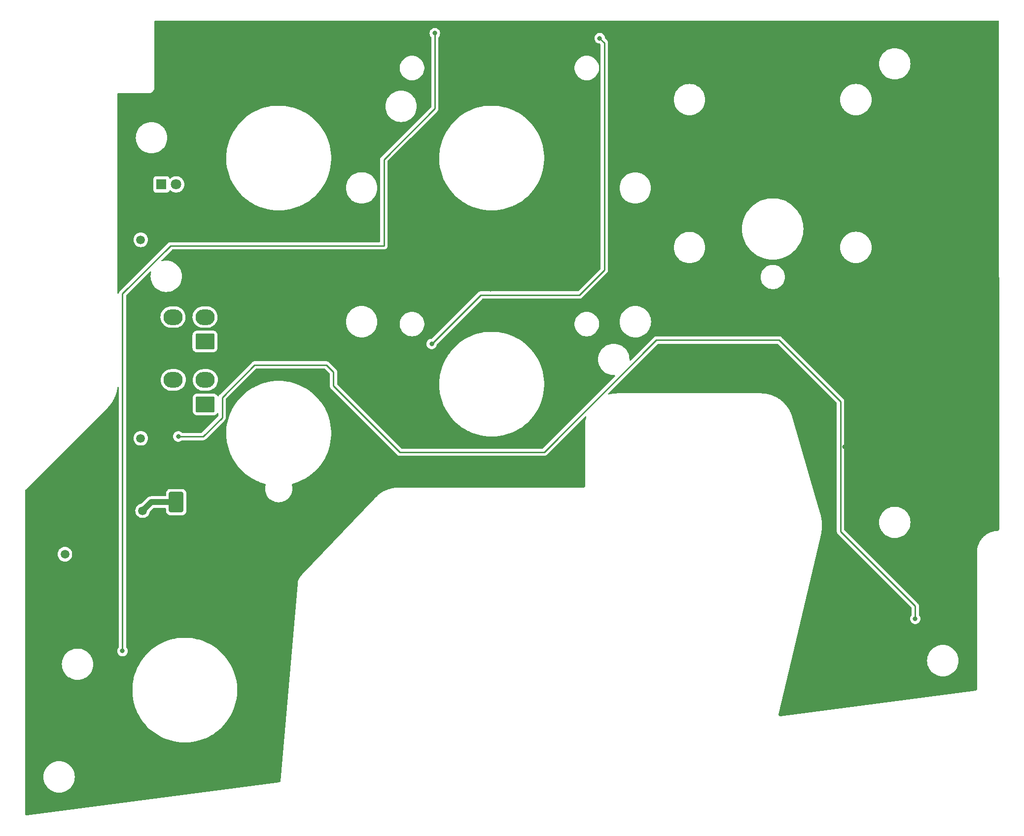
<source format=gbr>
%TF.GenerationSoftware,KiCad,Pcbnew,7.0.1*%
%TF.CreationDate,2023-04-16T02:52:32-08:00*%
%TF.ProjectId,SELECT JETT PANEL,53454c45-4354-4204-9a45-54542050414e,4*%
%TF.SameCoordinates,Original*%
%TF.FileFunction,Copper,L2,Bot*%
%TF.FilePolarity,Positive*%
%FSLAX46Y46*%
G04 Gerber Fmt 4.6, Leading zero omitted, Abs format (unit mm)*
G04 Created by KiCad (PCBNEW 7.0.1) date 2023-04-16 02:52:32*
%MOMM*%
%LPD*%
G01*
G04 APERTURE LIST*
G04 Aperture macros list*
%AMRoundRect*
0 Rectangle with rounded corners*
0 $1 Rounding radius*
0 $2 $3 $4 $5 $6 $7 $8 $9 X,Y pos of 4 corners*
0 Add a 4 corners polygon primitive as box body*
4,1,4,$2,$3,$4,$5,$6,$7,$8,$9,$2,$3,0*
0 Add four circle primitives for the rounded corners*
1,1,$1+$1,$2,$3*
1,1,$1+$1,$4,$5*
1,1,$1+$1,$6,$7*
1,1,$1+$1,$8,$9*
0 Add four rect primitives between the rounded corners*
20,1,$1+$1,$2,$3,$4,$5,0*
20,1,$1+$1,$4,$5,$6,$7,0*
20,1,$1+$1,$6,$7,$8,$9,0*
20,1,$1+$1,$8,$9,$2,$3,0*%
G04 Aperture macros list end*
%TA.AperFunction,ComponentPad*%
%ADD10C,1.500000*%
%TD*%
%TA.AperFunction,SMDPad,CuDef*%
%ADD11RoundRect,0.250000X1.000000X-1.500000X1.000000X1.500000X-1.000000X1.500000X-1.000000X-1.500000X0*%
%TD*%
%TA.AperFunction,ComponentPad*%
%ADD12R,1.800000X1.800000*%
%TD*%
%TA.AperFunction,ComponentPad*%
%ADD13C,1.800000*%
%TD*%
%TA.AperFunction,ComponentPad*%
%ADD14RoundRect,0.250001X1.399999X-1.099999X1.399999X1.099999X-1.399999X1.099999X-1.399999X-1.099999X0*%
%TD*%
%TA.AperFunction,ComponentPad*%
%ADD15O,3.300000X2.700000*%
%TD*%
%TA.AperFunction,ViaPad*%
%ADD16C,1.500000*%
%TD*%
%TA.AperFunction,ViaPad*%
%ADD17C,0.800000*%
%TD*%
%TA.AperFunction,Conductor*%
%ADD18C,0.250000*%
%TD*%
%TA.AperFunction,Conductor*%
%ADD19C,1.000000*%
%TD*%
G04 APERTURE END LIST*
D10*
%TO.P,TP2,1,1*%
%TO.N,DATA IN*%
X85410000Y-67520000D03*
%TD*%
%TO.P,TP3,1,1*%
%TO.N,GND*%
X72440000Y-130210000D03*
%TD*%
%TO.P,TP4,1,1*%
%TO.N,DATA OUT*%
X85410000Y-101630000D03*
%TD*%
%TO.P,TP1,1,1*%
%TO.N,+5V*%
X72390000Y-121550000D03*
%TD*%
D11*
%TO.P,C1,1*%
%TO.N,+5V*%
X91500000Y-112600000D03*
%TO.P,C1,2*%
%TO.N,GND*%
X91500000Y-106100000D03*
%TD*%
D12*
%TO.P,D1,1,K*%
%TO.N,Net-(D1-K)*%
X88960000Y-58000000D03*
D13*
%TO.P,D1,2,A*%
%TO.N,+5V*%
X91500000Y-58000000D03*
%TD*%
D14*
%TO.P,J1,1,Pin_1*%
%TO.N,+5V*%
X96450000Y-85000000D03*
D15*
%TO.P,J1,2,Pin_3*%
X96450000Y-80800000D03*
%TO.P,J1,3,Pin_2*%
%TO.N,GND*%
X90950000Y-85000000D03*
%TO.P,J1,4,Pin_4*%
%TO.N,DATA IN*%
X90950000Y-80800000D03*
%TD*%
D14*
%TO.P,J2,1,Pin_1*%
%TO.N,+5V*%
X96500000Y-95800000D03*
D15*
%TO.P,J2,2,Pin_3*%
X96500000Y-91600000D03*
%TO.P,J2,3,Pin_2*%
%TO.N,GND*%
X91000000Y-95800000D03*
%TO.P,J2,4,Pin_4*%
%TO.N,DATA OUT*%
X91000000Y-91600000D03*
%TD*%
D16*
%TO.N,+5V*%
X85730000Y-114070000D03*
D17*
%TO.N,GND*%
X198880000Y-36850000D03*
%TO.N,DATA OUT*%
X91860000Y-101330000D03*
X218420000Y-132640000D03*
%TO.N,GND*%
X205690000Y-140470000D03*
X208730000Y-133180000D03*
X216280000Y-126190000D03*
X208640000Y-126190000D03*
X206310000Y-103090000D03*
X220340000Y-104940000D03*
X208470000Y-112070000D03*
X218600000Y-111960000D03*
X228580000Y-111870000D03*
X230370000Y-106330000D03*
X228590000Y-94460000D03*
X221630000Y-96570000D03*
X208280000Y-94490000D03*
X180080000Y-91510000D03*
X198650000Y-91470000D03*
X189190000Y-91510000D03*
X211130000Y-86430000D03*
X224480000Y-85110000D03*
X227300000Y-67170000D03*
X218870000Y-67020000D03*
X213580000Y-52890000D03*
X219030000Y-53010000D03*
X180020000Y-54300000D03*
X172520000Y-52420000D03*
X200200000Y-46810000D03*
X193220000Y-47100000D03*
X210200000Y-38730000D03*
X188410000Y-36900000D03*
X180800000Y-36870000D03*
X172890000Y-36840000D03*
%TO.N,/DATA5*%
X164230000Y-32880000D03*
X135380000Y-85420000D03*
%TO.N,GND*%
X136790000Y-97260000D03*
X150450000Y-106450000D03*
X158450000Y-95930000D03*
X135890000Y-55500000D03*
X151190000Y-81990000D03*
X159190000Y-75730000D03*
X145490000Y-75990000D03*
X137570000Y-75860000D03*
X142610000Y-66920000D03*
X154940000Y-66870000D03*
X161500000Y-55070000D03*
X155130000Y-44500000D03*
X142280000Y-44470000D03*
X141900000Y-36840000D03*
X155180000Y-36840000D03*
X105440000Y-148560000D03*
X118505000Y-77250000D03*
X115010000Y-90130000D03*
X101770000Y-36920000D03*
X95360000Y-159330000D03*
X128160000Y-40290000D03*
X87980000Y-160880000D03*
X89310000Y-121460000D03*
X125140000Y-101660000D03*
X125850000Y-55150000D03*
X101940000Y-121460000D03*
X100425000Y-77290000D03*
X110140000Y-36850000D03*
X102450000Y-134720000D03*
X118180000Y-36850000D03*
X100200000Y-106510000D03*
X104580000Y-87690000D03*
X122440000Y-67050000D03*
X101470000Y-47240000D03*
X104100000Y-70580000D03*
X102520000Y-159310000D03*
X105940000Y-113740000D03*
X83390000Y-146790000D03*
X106950000Y-128500000D03*
X117080000Y-115510000D03*
X101730000Y-60320000D03*
X95590000Y-40490000D03*
X85930000Y-60930000D03*
X117420000Y-43340000D03*
X111740000Y-70660000D03*
X85320000Y-128420000D03*
X109400000Y-43350000D03*
X114050000Y-84130000D03*
X89120000Y-134750000D03*
X93500000Y-128470000D03*
X109825000Y-77280000D03*
%TO.N,/DATA3*%
X82280000Y-138180000D03*
X135920000Y-32020000D03*
%TD*%
D18*
%TO.N,/DATA5*%
X160750000Y-77010000D02*
X165020000Y-72740000D01*
X143790000Y-77010000D02*
X160750000Y-77010000D01*
X165020000Y-72740000D02*
X165020000Y-33670000D01*
X135380000Y-85420000D02*
X143790000Y-77010000D01*
X165020000Y-33670000D02*
X164230000Y-32880000D01*
%TO.N,DATA OUT*%
X96130000Y-101330000D02*
X91860000Y-101330000D01*
X99390000Y-98070000D02*
X96130000Y-101330000D01*
X99390000Y-94590000D02*
X99390000Y-98070000D01*
X104950000Y-89030000D02*
X99390000Y-94590000D01*
X117320000Y-89030000D02*
X104950000Y-89030000D01*
X118510000Y-92610000D02*
X118510000Y-90220000D01*
X129920000Y-104020000D02*
X118510000Y-92610000D01*
X173962269Y-84740000D02*
X154682269Y-104020000D01*
X118510000Y-90220000D02*
X117320000Y-89030000D01*
X205585000Y-117625000D02*
X205585000Y-95275000D01*
X154682269Y-104020000D02*
X129920000Y-104020000D01*
X218420000Y-130460000D02*
X205585000Y-117625000D01*
X195050000Y-84740000D02*
X173962269Y-84740000D01*
X218420000Y-132640000D02*
X218420000Y-130460000D01*
X205585000Y-95275000D02*
X195050000Y-84740000D01*
D19*
%TO.N,+5V*%
X87200000Y-112600000D02*
X85730000Y-114070000D01*
X91500000Y-112600000D02*
X87200000Y-112600000D01*
D18*
%TO.N,/DATA3*%
X127160000Y-53710000D02*
X135920000Y-44950000D01*
X127160000Y-68550000D02*
X127160000Y-53710000D01*
X135920000Y-44950000D02*
X135920000Y-32020000D01*
X90530000Y-68550000D02*
X127160000Y-68550000D01*
X82280000Y-76800000D02*
X90530000Y-68550000D01*
X82280000Y-138180000D02*
X82280000Y-76800000D01*
%TD*%
%TA.AperFunction,Conductor*%
%TO.N,GND*%
G36*
X232682176Y-29822921D02*
G01*
X232688573Y-29824194D01*
X232698806Y-29826230D01*
X232744211Y-29845035D01*
X232747798Y-29847432D01*
X232782567Y-29882201D01*
X232784962Y-29885786D01*
X232803769Y-29931193D01*
X232807078Y-29947826D01*
X232809500Y-29972411D01*
X232809500Y-30041553D01*
X232809518Y-30041701D01*
X232830062Y-117262948D01*
X232830023Y-117266099D01*
X232829652Y-117281074D01*
X232829344Y-117287296D01*
X232828828Y-117294236D01*
X232828212Y-117300445D01*
X232827383Y-117307110D01*
X232826465Y-117313247D01*
X232825344Y-117319662D01*
X232824135Y-117325707D01*
X232822729Y-117331938D01*
X232821229Y-117337902D01*
X232819542Y-117343980D01*
X232817764Y-117349832D01*
X232815788Y-117355809D01*
X232813735Y-117361548D01*
X232811474Y-117367418D01*
X232809171Y-117372996D01*
X232806632Y-117378750D01*
X232804074Y-117384192D01*
X232801244Y-117389857D01*
X232798445Y-117395142D01*
X232795335Y-117400692D01*
X232792293Y-117405832D01*
X232788900Y-117411266D01*
X232785642Y-117416220D01*
X232781969Y-117421529D01*
X232778482Y-117426323D01*
X232774543Y-117431480D01*
X232770866Y-117436068D01*
X232766661Y-117441071D01*
X232762749Y-117445509D01*
X232761181Y-117447206D01*
X232758334Y-117450287D01*
X232754261Y-117454493D01*
X232749589Y-117459099D01*
X232745274Y-117463158D01*
X232740430Y-117467504D01*
X232735956Y-117471333D01*
X232730946Y-117475422D01*
X232726266Y-117479061D01*
X232721073Y-117482907D01*
X232716229Y-117486322D01*
X232710902Y-117489892D01*
X232705875Y-117493091D01*
X232700412Y-117496389D01*
X232695201Y-117499368D01*
X232689639Y-117502374D01*
X232684288Y-117505103D01*
X232678611Y-117507830D01*
X232673121Y-117510307D01*
X232667331Y-117512755D01*
X232661646Y-117514998D01*
X232655756Y-117517158D01*
X232649975Y-117519121D01*
X232643927Y-117521012D01*
X232638015Y-117522703D01*
X232631850Y-117524305D01*
X232625830Y-117525713D01*
X232619424Y-117527046D01*
X232613323Y-117528159D01*
X232606733Y-117529195D01*
X232600568Y-117530009D01*
X232593632Y-117530751D01*
X232587411Y-117531261D01*
X232541592Y-117533876D01*
X232536862Y-117534146D01*
X232536862Y-117534147D01*
X232532482Y-117534397D01*
X232532465Y-117534397D01*
X232434300Y-117540000D01*
X232422576Y-117540122D01*
X232416007Y-117539885D01*
X232416005Y-117539885D01*
X232416002Y-117539885D01*
X232395831Y-117542042D01*
X232389618Y-117542551D01*
X232369373Y-117543706D01*
X232362946Y-117545008D01*
X232351342Y-117546800D01*
X232252262Y-117557396D01*
X232240534Y-117558099D01*
X232234004Y-117558185D01*
X232213926Y-117561342D01*
X232207762Y-117562156D01*
X232187567Y-117564316D01*
X232181238Y-117565928D01*
X232169721Y-117568294D01*
X232072797Y-117583534D01*
X232061092Y-117584817D01*
X232054634Y-117585220D01*
X232034677Y-117589374D01*
X232028583Y-117590487D01*
X232008458Y-117593652D01*
X232002263Y-117595559D01*
X231990873Y-117598490D01*
X231896175Y-117618200D01*
X231884524Y-117620061D01*
X231878149Y-117620774D01*
X231858374Y-117625913D01*
X231852372Y-117627317D01*
X231832344Y-117631486D01*
X231826316Y-117633673D01*
X231815051Y-117637171D01*
X231722639Y-117661185D01*
X231711064Y-117663619D01*
X231704804Y-117664631D01*
X231685221Y-117670753D01*
X231679326Y-117672440D01*
X231659460Y-117677603D01*
X231653617Y-117680053D01*
X231642508Y-117684108D01*
X231552435Y-117712270D01*
X231540959Y-117715273D01*
X231534841Y-117716569D01*
X231515515Y-117723658D01*
X231509733Y-117725622D01*
X231490060Y-117731773D01*
X231484413Y-117734472D01*
X231473485Y-117739075D01*
X231385829Y-117771228D01*
X231374480Y-117774793D01*
X231368516Y-117776361D01*
X231349480Y-117784405D01*
X231343836Y-117786631D01*
X231324403Y-117793760D01*
X231321512Y-117795317D01*
X231318956Y-117796695D01*
X231308250Y-117801828D01*
X231223052Y-117837833D01*
X231211862Y-117841949D01*
X231206047Y-117843780D01*
X231187309Y-117852782D01*
X231181798Y-117855268D01*
X231162700Y-117863338D01*
X231160032Y-117864946D01*
X231157478Y-117866486D01*
X231146994Y-117872148D01*
X231064308Y-117911870D01*
X231053304Y-117916528D01*
X231047659Y-117918607D01*
X231029317Y-117928522D01*
X231023970Y-117931249D01*
X231005179Y-117940277D01*
X231000187Y-117943624D01*
X230989947Y-117949805D01*
X230909840Y-117993110D01*
X230899033Y-117998304D01*
X230893567Y-118000617D01*
X230875662Y-118011425D01*
X230870475Y-118014391D01*
X230852063Y-118024345D01*
X230847294Y-118027883D01*
X230837348Y-118034552D01*
X230759866Y-118081325D01*
X230749297Y-118087036D01*
X230744009Y-118089575D01*
X230726569Y-118101261D01*
X230721557Y-118104451D01*
X230703586Y-118115300D01*
X230699046Y-118119016D01*
X230689396Y-118126172D01*
X230614595Y-118176299D01*
X230604277Y-118182520D01*
X230599167Y-118185276D01*
X230582255Y-118197803D01*
X230577408Y-118201220D01*
X230559937Y-118212927D01*
X230555624Y-118216813D01*
X230546299Y-118224436D01*
X230474238Y-118277812D01*
X230464210Y-118284521D01*
X230459276Y-118287490D01*
X230442929Y-118300829D01*
X230438272Y-118304450D01*
X230421330Y-118317000D01*
X230417234Y-118321055D01*
X230408262Y-118329122D01*
X230338997Y-118385649D01*
X230329290Y-118392825D01*
X230324517Y-118396011D01*
X230308804Y-118410111D01*
X230304323Y-118413947D01*
X230287959Y-118427302D01*
X230284083Y-118431517D01*
X230275492Y-118440004D01*
X230209077Y-118499600D01*
X230199719Y-118507220D01*
X230195121Y-118510611D01*
X230180047Y-118525466D01*
X230175768Y-118529491D01*
X230160032Y-118543613D01*
X230156371Y-118547989D01*
X230148189Y-118556865D01*
X230084697Y-118619443D01*
X230075693Y-118627504D01*
X230071268Y-118631097D01*
X230056917Y-118646630D01*
X230052825Y-118650857D01*
X230037756Y-118665709D01*
X230034312Y-118670241D01*
X230026547Y-118679500D01*
X229966055Y-118744972D01*
X229957438Y-118753444D01*
X229953187Y-118757240D01*
X229939572Y-118773433D01*
X229935681Y-118777847D01*
X229921336Y-118793374D01*
X229918102Y-118798070D01*
X229910774Y-118807687D01*
X229853349Y-118875988D01*
X229845150Y-118884841D01*
X229841064Y-118888849D01*
X229828234Y-118905648D01*
X229824550Y-118910245D01*
X229810960Y-118926410D01*
X229807936Y-118931274D01*
X229801078Y-118941206D01*
X229746810Y-119012263D01*
X229739043Y-119021483D01*
X229735122Y-119025709D01*
X229723117Y-119043059D01*
X229719642Y-119047838D01*
X229706843Y-119064596D01*
X229704036Y-119069622D01*
X229697658Y-119079855D01*
X229646632Y-119153604D01*
X229639321Y-119163161D01*
X229635572Y-119167604D01*
X229624425Y-119185455D01*
X229621174Y-119190398D01*
X229609195Y-119207713D01*
X229606597Y-119212924D01*
X229600722Y-119223418D01*
X229553036Y-119299794D01*
X229546197Y-119309666D01*
X229542625Y-119314330D01*
X229532367Y-119332632D01*
X229529337Y-119337751D01*
X229518217Y-119355561D01*
X229515853Y-119360923D01*
X229510484Y-119371676D01*
X229466232Y-119450632D01*
X229459880Y-119460799D01*
X229456502Y-119465673D01*
X229447145Y-119484400D01*
X229444348Y-119489681D01*
X229434124Y-119507922D01*
X229431991Y-119513455D01*
X229427148Y-119524426D01*
X229386449Y-119605888D01*
X229380600Y-119616324D01*
X229377422Y-119621412D01*
X229369003Y-119640486D01*
X229366452Y-119645912D01*
X229357135Y-119664564D01*
X229355241Y-119670267D01*
X229350938Y-119681421D01*
X229313906Y-119765341D01*
X229308579Y-119776016D01*
X229305602Y-119781333D01*
X229298145Y-119800698D01*
X229295840Y-119806281D01*
X229287455Y-119825283D01*
X229285815Y-119831145D01*
X229282059Y-119842470D01*
X229248819Y-119928790D01*
X229244025Y-119939677D01*
X229241277Y-119945194D01*
X229234790Y-119964815D01*
X229232746Y-119970533D01*
X229225308Y-119989849D01*
X229223932Y-119995868D01*
X229220735Y-120007324D01*
X229191428Y-120095967D01*
X229187179Y-120107041D01*
X229184661Y-120112779D01*
X229179151Y-120132628D01*
X229177376Y-120138472D01*
X229170912Y-120158025D01*
X229169813Y-120164183D01*
X229167182Y-120175745D01*
X229141940Y-120266681D01*
X229138248Y-120277911D01*
X229135986Y-120283836D01*
X229131469Y-120303846D01*
X229129973Y-120309795D01*
X229124483Y-120329573D01*
X229123675Y-120335854D01*
X229121616Y-120347504D01*
X229100593Y-120440652D01*
X229097459Y-120452027D01*
X229095470Y-120458116D01*
X229091950Y-120478260D01*
X229090741Y-120484301D01*
X229086241Y-120504244D01*
X229085733Y-120510639D01*
X229084250Y-120522339D01*
X229067604Y-120617634D01*
X229065037Y-120629128D01*
X229063333Y-120635368D01*
X229060819Y-120655591D01*
X229059903Y-120661717D01*
X229056397Y-120681787D01*
X229056202Y-120688266D01*
X229055297Y-120700002D01*
X229043192Y-120797369D01*
X229041198Y-120808960D01*
X229039793Y-120815330D01*
X229038285Y-120835591D01*
X229037670Y-120841784D01*
X229035163Y-120861942D01*
X229035288Y-120868468D01*
X229034964Y-120880220D01*
X229027570Y-120979581D01*
X229026154Y-120991232D01*
X229025059Y-120997704D01*
X229024557Y-121017980D01*
X229024249Y-121024200D01*
X229022743Y-121044441D01*
X229023193Y-121050996D01*
X229023449Y-121062731D01*
X229021135Y-121156205D01*
X229020067Y-121168941D01*
X229020067Y-121197846D01*
X229020028Y-121200964D01*
X229019312Y-121229861D01*
X229020067Y-121242623D01*
X229020081Y-144717224D01*
X229020047Y-144720133D01*
X229019726Y-144734032D01*
X229019458Y-144739841D01*
X229019011Y-144746286D01*
X229018472Y-144752105D01*
X229017750Y-144758321D01*
X229016955Y-144764024D01*
X229015971Y-144770070D01*
X229014913Y-144775747D01*
X229013687Y-144781580D01*
X229012378Y-144787169D01*
X229010876Y-144792985D01*
X229009326Y-144798474D01*
X229007590Y-144804126D01*
X229005789Y-144809547D01*
X229003792Y-144815133D01*
X229001775Y-144820400D01*
X228999537Y-144825874D01*
X228997289Y-144831041D01*
X228994793Y-144836443D01*
X228992327Y-144841481D01*
X228989568Y-144846815D01*
X228986890Y-144851722D01*
X228983891Y-144856939D01*
X228981025Y-144861680D01*
X228977774Y-144866797D01*
X228974704Y-144871403D01*
X228971224Y-144876382D01*
X228967945Y-144880860D01*
X228964256Y-144885672D01*
X228960797Y-144889985D01*
X228956890Y-144894643D01*
X228953233Y-144898813D01*
X228949106Y-144903315D01*
X228945280Y-144907309D01*
X228940964Y-144911621D01*
X228936965Y-144915444D01*
X228932520Y-144919511D01*
X228928328Y-144923180D01*
X228923670Y-144927078D01*
X228919318Y-144930559D01*
X228914571Y-144934187D01*
X228910060Y-144937479D01*
X228905147Y-144940900D01*
X228900484Y-144943995D01*
X228895442Y-144947183D01*
X228890605Y-144950092D01*
X228885455Y-144953034D01*
X228880484Y-144955728D01*
X228875217Y-144958431D01*
X228870106Y-144960910D01*
X228864720Y-144963374D01*
X228859465Y-144965635D01*
X228853938Y-144967866D01*
X228848556Y-144969897D01*
X228842880Y-144971892D01*
X228837413Y-144973675D01*
X228831562Y-144975436D01*
X228825969Y-144976979D01*
X228819915Y-144978501D01*
X228814266Y-144979784D01*
X228807967Y-144981063D01*
X228802223Y-144982092D01*
X228788431Y-144984233D01*
X228785549Y-144984646D01*
X195251633Y-149399465D01*
X195247808Y-149399909D01*
X195229898Y-149401712D01*
X195222232Y-149402249D01*
X195215084Y-149402530D01*
X195213997Y-149402573D01*
X195206324Y-149402641D01*
X195198176Y-149402465D01*
X195190549Y-149402068D01*
X195182479Y-149401403D01*
X195174945Y-149400554D01*
X195166931Y-149399405D01*
X195159481Y-149398107D01*
X195151534Y-149396476D01*
X195144190Y-149394738D01*
X195136373Y-149392639D01*
X195129144Y-149390464D01*
X195121456Y-149387897D01*
X195114403Y-149385306D01*
X195110183Y-149383611D01*
X195106856Y-149382275D01*
X195099960Y-149379262D01*
X195092641Y-149375801D01*
X195085909Y-149372367D01*
X195078799Y-149368467D01*
X195072295Y-149364641D01*
X195065441Y-149360328D01*
X195059132Y-149356087D01*
X195052540Y-149351360D01*
X195046503Y-149346750D01*
X195043507Y-149344315D01*
X195040147Y-149341584D01*
X195034377Y-149336596D01*
X195028297Y-149331007D01*
X195022800Y-149325634D01*
X195016981Y-149319588D01*
X195011818Y-149313885D01*
X195010671Y-149312537D01*
X195006361Y-149307473D01*
X195001561Y-149301472D01*
X194996609Y-149294876D01*
X194992217Y-149288639D01*
X194987711Y-149281811D01*
X194983712Y-149275333D01*
X194979656Y-149268294D01*
X194976073Y-149261616D01*
X194972509Y-149254465D01*
X194972451Y-149254349D01*
X194969304Y-149247530D01*
X194966095Y-149239989D01*
X194963373Y-149233020D01*
X194960641Y-149225358D01*
X194958332Y-149218209D01*
X194956064Y-149210399D01*
X194954188Y-149203140D01*
X194952385Y-149195187D01*
X194950947Y-149187821D01*
X194949632Y-149179829D01*
X194948630Y-149172347D01*
X194947794Y-149164273D01*
X194947243Y-149156752D01*
X194946893Y-149148647D01*
X194946795Y-149141049D01*
X194946934Y-149132950D01*
X194947293Y-149125361D01*
X194947929Y-149117192D01*
X194948751Y-149109616D01*
X194949894Y-149101422D01*
X194951183Y-149093874D01*
X194953653Y-149081662D01*
X194954758Y-149076200D01*
X194955564Y-149072504D01*
X197119351Y-139839818D01*
X220456276Y-139839818D01*
X220475928Y-140164715D01*
X220534599Y-140484873D01*
X220617156Y-140749808D01*
X220631434Y-140795627D01*
X220765020Y-141092442D01*
X220779412Y-141116249D01*
X220933407Y-141370991D01*
X221134148Y-141627216D01*
X221364296Y-141857364D01*
X221620521Y-142058105D01*
X221739266Y-142129888D01*
X221899071Y-142226493D01*
X222195886Y-142360079D01*
X222506638Y-142456913D01*
X222630236Y-142479563D01*
X222826797Y-142515584D01*
X223070390Y-142530319D01*
X223070391Y-142530319D01*
X223232997Y-142530319D01*
X223232998Y-142530319D01*
X223354794Y-142522951D01*
X223476591Y-142515584D01*
X223796750Y-142456913D01*
X224107502Y-142360079D01*
X224404317Y-142226493D01*
X224682866Y-142058105D01*
X224939087Y-141857368D01*
X225169243Y-141627212D01*
X225369980Y-141370991D01*
X225538368Y-141092442D01*
X225671954Y-140795627D01*
X225768788Y-140484875D01*
X225827459Y-140164716D01*
X225847112Y-139839819D01*
X225827459Y-139514922D01*
X225768788Y-139194763D01*
X225671954Y-138884011D01*
X225538368Y-138587196D01*
X225441763Y-138427391D01*
X225369980Y-138308646D01*
X225169239Y-138052421D01*
X224939091Y-137822273D01*
X224682866Y-137621532D01*
X224452818Y-137482465D01*
X224404317Y-137453145D01*
X224404313Y-137453143D01*
X224107505Y-137319560D01*
X223796748Y-137222724D01*
X223476590Y-137164053D01*
X223232998Y-137149319D01*
X223232997Y-137149319D01*
X223070391Y-137149319D01*
X223070390Y-137149319D01*
X222826797Y-137164053D01*
X222506639Y-137222724D01*
X222195882Y-137319560D01*
X221899074Y-137453143D01*
X221620521Y-137621532D01*
X221364296Y-137822273D01*
X221134148Y-138052421D01*
X220933407Y-138308646D01*
X220765018Y-138587199D01*
X220631435Y-138884007D01*
X220534599Y-139194764D01*
X220475928Y-139514922D01*
X220456276Y-139839818D01*
X197119351Y-139839818D01*
X202264155Y-117887395D01*
X202266715Y-117878930D01*
X202267485Y-117875390D01*
X202273948Y-117845675D01*
X202274350Y-117843895D01*
X202281398Y-117813824D01*
X202281398Y-117813821D01*
X202282123Y-117810729D01*
X202283452Y-117801977D01*
X202284602Y-117796693D01*
X202302234Y-117715626D01*
X202305950Y-117702176D01*
X202306292Y-117701165D01*
X202310967Y-117675774D01*
X202311739Y-117671927D01*
X202317228Y-117646698D01*
X202317303Y-117645652D01*
X202319067Y-117631797D01*
X202335934Y-117540216D01*
X202339216Y-117526667D01*
X202339520Y-117525661D01*
X202343377Y-117500158D01*
X202344042Y-117496194D01*
X202345203Y-117489892D01*
X202348713Y-117470841D01*
X202348754Y-117469776D01*
X202350075Y-117455895D01*
X202350595Y-117452456D01*
X202363959Y-117364122D01*
X202366815Y-117350432D01*
X202367079Y-117349446D01*
X202370128Y-117323757D01*
X202370649Y-117319902D01*
X202374517Y-117294346D01*
X202374524Y-117293300D01*
X202375400Y-117279380D01*
X202375705Y-117276810D01*
X202386323Y-117187406D01*
X202388733Y-117173668D01*
X202388968Y-117172664D01*
X202391195Y-117146917D01*
X202391593Y-117143026D01*
X202394646Y-117117333D01*
X202394620Y-117116300D01*
X202395050Y-117102352D01*
X202403018Y-117010267D01*
X202404991Y-116996447D01*
X202405191Y-116995451D01*
X202406598Y-116969612D01*
X202406871Y-116965743D01*
X202409103Y-116939953D01*
X202409044Y-116938928D01*
X202409030Y-116924978D01*
X202414051Y-116832817D01*
X202415582Y-116818943D01*
X202415750Y-116817942D01*
X202416334Y-116792066D01*
X202416484Y-116788170D01*
X202417892Y-116762337D01*
X202417803Y-116761344D01*
X202417343Y-116747368D01*
X202417892Y-116723054D01*
X202419425Y-116655181D01*
X202420513Y-116641277D01*
X202420648Y-116640274D01*
X202420408Y-116614428D01*
X202420434Y-116610482D01*
X202421019Y-116584624D01*
X202420898Y-116583627D01*
X202419993Y-116569675D01*
X202419139Y-116477519D01*
X202419785Y-116463576D01*
X202419887Y-116462581D01*
X202418825Y-116436769D01*
X202418725Y-116432784D01*
X202418486Y-116406945D01*
X202418334Y-116405953D01*
X202416985Y-116392041D01*
X202413198Y-116299965D01*
X202413399Y-116286006D01*
X202413470Y-116285003D01*
X202411585Y-116259220D01*
X202411359Y-116255271D01*
X202410298Y-116229439D01*
X202410115Y-116228455D01*
X202408324Y-116214603D01*
X202401604Y-116122646D01*
X202401361Y-116108682D01*
X202401400Y-116107666D01*
X202398691Y-116081924D01*
X202398344Y-116078023D01*
X202396461Y-116052245D01*
X202396248Y-116051273D01*
X202394014Y-116037465D01*
X202392571Y-116023751D01*
X202384358Y-115945674D01*
X202383670Y-115931741D01*
X202383677Y-115930721D01*
X202380156Y-115905122D01*
X202379676Y-115901161D01*
X202378651Y-115891424D01*
X202376975Y-115875490D01*
X202376725Y-115874504D01*
X202374060Y-115860807D01*
X202361464Y-115769233D01*
X202360332Y-115755312D01*
X202360306Y-115754294D01*
X202360305Y-115754289D01*
X202360305Y-115754283D01*
X202355976Y-115728851D01*
X202355364Y-115724876D01*
X202351849Y-115699319D01*
X202351569Y-115698344D01*
X202348465Y-115684723D01*
X202332924Y-115593419D01*
X202331347Y-115579540D01*
X202331288Y-115578519D01*
X202331288Y-115578518D01*
X202326147Y-115553234D01*
X202325414Y-115549303D01*
X202321085Y-115523866D01*
X202320766Y-115522877D01*
X202317231Y-115509373D01*
X202298734Y-115418379D01*
X202296718Y-115404570D01*
X202296626Y-115403544D01*
X202290673Y-115378408D01*
X202289831Y-115374582D01*
X202284684Y-115349259D01*
X202284328Y-115348264D01*
X202280368Y-115334893D01*
X202258911Y-115244285D01*
X202256454Y-115230557D01*
X202256324Y-115229497D01*
X202256324Y-115229493D01*
X202249559Y-115204526D01*
X202248607Y-115200776D01*
X202242658Y-115175651D01*
X202242266Y-115174657D01*
X202237886Y-115161439D01*
X202214763Y-115076092D01*
X202213003Y-115067457D01*
X202212122Y-115064401D01*
X202212122Y-115064398D01*
X202203587Y-115034786D01*
X202203084Y-115032986D01*
X202195004Y-115003160D01*
X202195002Y-115003157D01*
X202194170Y-115000083D01*
X202191190Y-114991766D01*
X201272504Y-111803928D01*
X197288684Y-97980081D01*
X197286293Y-97969359D01*
X197285734Y-97967561D01*
X197285734Y-97967558D01*
X197277017Y-97939499D01*
X197276282Y-97937043D01*
X197267639Y-97907055D01*
X197263748Y-97896793D01*
X197221823Y-97761843D01*
X197218654Y-97749453D01*
X197217870Y-97745578D01*
X197210190Y-97724037D01*
X197208547Y-97719108D01*
X197201761Y-97697267D01*
X197201760Y-97697266D01*
X197201759Y-97697261D01*
X197200049Y-97693667D01*
X197195164Y-97681893D01*
X197146022Y-97544060D01*
X197142347Y-97531816D01*
X197141410Y-97528000D01*
X197132839Y-97506765D01*
X197130999Y-97501921D01*
X197123302Y-97480334D01*
X197123302Y-97480333D01*
X197121463Y-97476846D01*
X197116086Y-97465259D01*
X197061839Y-97330858D01*
X197057661Y-97318767D01*
X197056576Y-97315019D01*
X197047106Y-97294076D01*
X197045088Y-97289355D01*
X197041720Y-97281012D01*
X197036498Y-97268073D01*
X197034544Y-97264711D01*
X197028686Y-97253336D01*
X196969481Y-97122392D01*
X196964804Y-97110464D01*
X196963585Y-97106816D01*
X196953249Y-97086240D01*
X196951049Y-97081626D01*
X196941571Y-97060663D01*
X196939510Y-97057429D01*
X196933168Y-97046262D01*
X196901778Y-96983770D01*
X196869188Y-96918887D01*
X196864012Y-96907122D01*
X196862664Y-96903579D01*
X196862663Y-96903576D01*
X196851474Y-96883395D01*
X196849097Y-96878891D01*
X196838749Y-96858289D01*
X196836579Y-96855173D01*
X196829781Y-96844262D01*
X196785382Y-96764172D01*
X196761154Y-96720468D01*
X196755502Y-96708918D01*
X196754031Y-96705476D01*
X196742025Y-96685750D01*
X196739469Y-96681351D01*
X196728259Y-96661130D01*
X196725994Y-96658144D01*
X196718751Y-96647510D01*
X196645631Y-96527370D01*
X196639499Y-96516023D01*
X196637914Y-96512693D01*
X196625071Y-96493393D01*
X196622360Y-96489134D01*
X196610324Y-96469358D01*
X196607973Y-96466507D01*
X196600296Y-96456160D01*
X196522813Y-96339714D01*
X196516232Y-96328632D01*
X196514529Y-96325396D01*
X196514526Y-96325392D01*
X196514524Y-96325388D01*
X196500908Y-96306610D01*
X196498030Y-96302470D01*
X196485172Y-96283146D01*
X196482740Y-96280429D01*
X196474643Y-96270388D01*
X196392938Y-96157705D01*
X196385908Y-96146879D01*
X196384101Y-96143757D01*
X196384099Y-96143754D01*
X196384097Y-96143751D01*
X196369716Y-96125504D01*
X196366669Y-96121475D01*
X196353032Y-96102667D01*
X196352855Y-96102484D01*
X196350525Y-96100082D01*
X196342013Y-96090355D01*
X196256229Y-95981510D01*
X196248750Y-95970944D01*
X196246852Y-95967947D01*
X196231732Y-95950265D01*
X196228536Y-95946372D01*
X196214121Y-95928081D01*
X196214120Y-95928080D01*
X196211530Y-95925616D01*
X196202633Y-95916232D01*
X196112903Y-95811292D01*
X196105012Y-95801040D01*
X196103001Y-95798128D01*
X196087141Y-95781011D01*
X196083817Y-95777275D01*
X196068666Y-95759556D01*
X196066014Y-95757227D01*
X196056737Y-95748195D01*
X195963175Y-95647213D01*
X195954861Y-95637256D01*
X195952762Y-95634462D01*
X195936222Y-95617975D01*
X195932765Y-95614391D01*
X195916889Y-95597256D01*
X195914172Y-95595056D01*
X195904523Y-95586381D01*
X195883743Y-95565669D01*
X195807270Y-95489444D01*
X195798556Y-95479814D01*
X195796364Y-95477125D01*
X195779164Y-95461290D01*
X195775555Y-95457832D01*
X195759013Y-95441343D01*
X195756231Y-95439268D01*
X195746235Y-95430975D01*
X195740763Y-95425937D01*
X195645391Y-95338135D01*
X195636297Y-95328851D01*
X195634018Y-95326271D01*
X195634016Y-95326269D01*
X195634015Y-95326268D01*
X195616177Y-95311106D01*
X195612473Y-95307829D01*
X195595251Y-95291974D01*
X195592409Y-95290024D01*
X195582087Y-95282130D01*
X195521058Y-95230257D01*
X195477753Y-95193448D01*
X195468313Y-95184546D01*
X195465932Y-95182057D01*
X195447524Y-95167625D01*
X195443664Y-95164474D01*
X195435219Y-95157296D01*
X195425827Y-95149313D01*
X195422913Y-95147479D01*
X195412285Y-95139998D01*
X195304604Y-95055578D01*
X195294801Y-95047041D01*
X195292329Y-95044653D01*
X195292325Y-95044649D01*
X195273329Y-95030935D01*
X195269361Y-95027949D01*
X195250955Y-95013519D01*
X195250950Y-95013516D01*
X195247972Y-95011802D01*
X195237069Y-95004755D01*
X195126121Y-94924655D01*
X195115994Y-94916518D01*
X195113421Y-94914222D01*
X195113418Y-94914220D01*
X195113417Y-94914219D01*
X195104447Y-94908268D01*
X195093902Y-94901273D01*
X195089833Y-94898456D01*
X195070853Y-94884753D01*
X195070854Y-94884753D01*
X195070852Y-94884752D01*
X195067808Y-94883158D01*
X195056618Y-94876539D01*
X194942523Y-94800847D01*
X194932080Y-94793115D01*
X194929422Y-94790926D01*
X194909454Y-94778789D01*
X194905247Y-94776117D01*
X194885734Y-94763173D01*
X194882612Y-94761692D01*
X194871188Y-94755532D01*
X194754017Y-94684317D01*
X194743316Y-94677031D01*
X194740551Y-94674933D01*
X194735605Y-94672189D01*
X194720105Y-94663590D01*
X194715793Y-94661085D01*
X194695821Y-94648947D01*
X194695817Y-94648945D01*
X194695815Y-94648944D01*
X194692624Y-94647582D01*
X194680963Y-94641879D01*
X194560888Y-94575272D01*
X194549880Y-94568402D01*
X194547013Y-94566400D01*
X194547010Y-94566398D01*
X194547008Y-94566397D01*
X194526141Y-94555884D01*
X194521712Y-94553541D01*
X194501323Y-94542230D01*
X194498056Y-94540987D01*
X194486198Y-94535759D01*
X194363258Y-94473821D01*
X194351991Y-94467397D01*
X194349033Y-94465502D01*
X194327811Y-94455850D01*
X194323288Y-94453683D01*
X194302458Y-94443189D01*
X194299121Y-94442069D01*
X194287064Y-94437318D01*
X194162505Y-94380668D01*
X194161378Y-94380155D01*
X194149881Y-94374195D01*
X194146818Y-94372401D01*
X194125254Y-94363615D01*
X194120648Y-94361630D01*
X194099449Y-94351989D01*
X194096024Y-94350989D01*
X194083808Y-94346729D01*
X193955481Y-94294448D01*
X193943765Y-94288957D01*
X193941887Y-94287956D01*
X193940592Y-94287266D01*
X193918735Y-94279367D01*
X193914027Y-94277558D01*
X193892507Y-94268791D01*
X193889005Y-94267919D01*
X193876641Y-94264155D01*
X193785840Y-94231341D01*
X193745770Y-94216860D01*
X193733873Y-94211858D01*
X193730584Y-94210272D01*
X193730581Y-94210271D01*
X193708455Y-94203267D01*
X193703678Y-94201648D01*
X193681858Y-94193763D01*
X193678282Y-94193023D01*
X193665797Y-94189764D01*
X193532464Y-94147561D01*
X193520390Y-94143048D01*
X193516996Y-94141577D01*
X193494670Y-94135490D01*
X193489795Y-94134055D01*
X193467720Y-94127068D01*
X193465073Y-94126631D01*
X193464077Y-94126466D01*
X193451477Y-94123715D01*
X193315779Y-94086719D01*
X193303556Y-94082706D01*
X193300069Y-94081360D01*
X193300066Y-94081359D01*
X193300063Y-94081358D01*
X193277539Y-94076188D01*
X193272636Y-94074957D01*
X193250320Y-94068873D01*
X193248579Y-94068657D01*
X193246585Y-94068410D01*
X193233921Y-94066176D01*
X193095966Y-94034513D01*
X193083604Y-94031004D01*
X193080017Y-94029785D01*
X193057363Y-94025547D01*
X193052348Y-94024503D01*
X193029871Y-94019344D01*
X193026094Y-94019031D01*
X193013360Y-94017316D01*
X192873238Y-93991107D01*
X192860764Y-93988109D01*
X192857087Y-93987024D01*
X192834316Y-93983720D01*
X192829255Y-93982880D01*
X192806630Y-93978649D01*
X192802786Y-93978487D01*
X192790023Y-93977295D01*
X192647842Y-93956672D01*
X192635273Y-93954191D01*
X192631494Y-93953243D01*
X192608648Y-93950880D01*
X192603525Y-93950244D01*
X192580823Y-93946951D01*
X192576938Y-93946946D01*
X192564144Y-93946278D01*
X192419986Y-93931371D01*
X192407342Y-93929410D01*
X192403501Y-93928613D01*
X192403500Y-93928612D01*
X192403496Y-93928612D01*
X192380644Y-93927195D01*
X192375489Y-93926769D01*
X192352676Y-93924411D01*
X192348740Y-93924567D01*
X192335959Y-93924425D01*
X192189945Y-93915376D01*
X192177245Y-93913939D01*
X192173331Y-93913293D01*
X192150460Y-93912821D01*
X192145276Y-93912607D01*
X192122442Y-93911192D01*
X192118490Y-93911513D01*
X192105712Y-93911898D01*
X191964444Y-93908982D01*
X191953495Y-93908086D01*
X191951607Y-93908086D01*
X191922260Y-93908086D01*
X191919660Y-93908059D01*
X191888462Y-93907415D01*
X191877492Y-93908086D01*
X167327604Y-93908086D01*
X167314824Y-93907331D01*
X167285972Y-93908047D01*
X167282848Y-93908086D01*
X167253941Y-93908086D01*
X167241183Y-93909156D01*
X167055539Y-93913757D01*
X167043799Y-93913501D01*
X167037247Y-93913051D01*
X167016980Y-93914559D01*
X167010760Y-93914867D01*
X166990490Y-93915369D01*
X166984043Y-93916460D01*
X166972385Y-93917877D01*
X166780583Y-93932148D01*
X166768820Y-93932472D01*
X166762319Y-93932347D01*
X166742128Y-93934855D01*
X166735955Y-93935468D01*
X166715655Y-93936979D01*
X166709311Y-93938378D01*
X166697721Y-93940371D01*
X166507851Y-93963957D01*
X166496094Y-93964861D01*
X166489657Y-93965053D01*
X166469562Y-93968559D01*
X166463451Y-93969471D01*
X166443199Y-93971987D01*
X166436978Y-93973685D01*
X166425476Y-93976252D01*
X166237822Y-94008995D01*
X166226114Y-94010477D01*
X166219723Y-94010983D01*
X166199789Y-94015478D01*
X166193736Y-94016688D01*
X166173603Y-94020201D01*
X166173599Y-94020202D01*
X166173600Y-94020202D01*
X166167500Y-94022192D01*
X166156128Y-94025323D01*
X165970956Y-94067076D01*
X165959329Y-94069131D01*
X165952987Y-94069947D01*
X165933245Y-94075425D01*
X165927280Y-94076925D01*
X165907316Y-94081427D01*
X165901371Y-94083696D01*
X165890148Y-94087385D01*
X165810726Y-94109425D01*
X165745290Y-94109949D01*
X165688415Y-94077583D01*
X165655444Y-94021057D01*
X165655270Y-93955618D01*
X165687937Y-93898920D01*
X174184454Y-85402405D01*
X174225332Y-85375091D01*
X174273550Y-85365500D01*
X194738720Y-85365500D01*
X194786938Y-85375091D01*
X194827815Y-85402405D01*
X204922595Y-95497186D01*
X204949909Y-95538063D01*
X204959500Y-95586281D01*
X204959500Y-117542035D01*
X204957230Y-117562592D01*
X204959438Y-117632841D01*
X204959500Y-117636799D01*
X204959500Y-117664350D01*
X204959536Y-117664632D01*
X204959991Y-117668237D01*
X204960921Y-117680060D01*
X204962290Y-117723626D01*
X204967835Y-117742711D01*
X204971843Y-117762068D01*
X204974334Y-117781790D01*
X204990377Y-117822309D01*
X204994221Y-117833536D01*
X205006382Y-117875391D01*
X205016499Y-117892499D01*
X205025194Y-117910246D01*
X205032514Y-117928732D01*
X205058129Y-117963989D01*
X205064645Y-117973908D01*
X205086831Y-118011422D01*
X205100879Y-118025470D01*
X205113719Y-118040503D01*
X205125403Y-118056585D01*
X205146715Y-118074215D01*
X205155309Y-118081325D01*
X205158987Y-118084367D01*
X205167768Y-118092358D01*
X217757595Y-130682186D01*
X217784909Y-130723063D01*
X217794500Y-130771281D01*
X217794500Y-131940545D01*
X217786131Y-131985700D01*
X217762136Y-132024856D01*
X217687465Y-132107785D01*
X217592820Y-132271716D01*
X217534325Y-132451742D01*
X217514540Y-132640000D01*
X217534325Y-132828257D01*
X217592820Y-133008283D01*
X217687465Y-133172214D01*
X217687467Y-133172216D01*
X217814129Y-133312888D01*
X217967270Y-133424151D01*
X217967271Y-133424151D01*
X217967272Y-133424152D01*
X218140192Y-133501142D01*
X218140197Y-133501144D01*
X218325354Y-133540500D01*
X218514644Y-133540500D01*
X218514646Y-133540500D01*
X218699803Y-133501144D01*
X218872730Y-133424151D01*
X219025871Y-133312888D01*
X219152533Y-133172216D01*
X219247179Y-133008284D01*
X219305674Y-132828256D01*
X219325460Y-132640000D01*
X219305674Y-132451744D01*
X219305674Y-132451742D01*
X219247179Y-132271716D01*
X219152534Y-132107785D01*
X219077864Y-132024856D01*
X219053869Y-131985700D01*
X219045500Y-131940545D01*
X219045500Y-130542962D01*
X219047768Y-130522409D01*
X219047671Y-130519335D01*
X219047672Y-130519333D01*
X219045562Y-130452177D01*
X219045500Y-130448220D01*
X219045500Y-130420651D01*
X219045010Y-130416774D01*
X219044077Y-130404930D01*
X219042709Y-130361373D01*
X219037162Y-130342283D01*
X219033154Y-130322928D01*
X219030664Y-130303208D01*
X219014619Y-130262683D01*
X219010774Y-130251452D01*
X218998618Y-130209610D01*
X218988500Y-130192501D01*
X218979802Y-130174746D01*
X218972486Y-130156268D01*
X218946872Y-130121013D01*
X218940355Y-130111092D01*
X218918171Y-130073581D01*
X218918170Y-130073580D01*
X218904114Y-130059524D01*
X218891277Y-130044493D01*
X218879594Y-130028413D01*
X218846010Y-130000630D01*
X218837230Y-129992640D01*
X206247405Y-117402814D01*
X206220091Y-117361937D01*
X206210500Y-117313719D01*
X206210500Y-116077999D01*
X212201289Y-116077999D01*
X212220941Y-116402896D01*
X212279612Y-116723054D01*
X212376448Y-117033811D01*
X212506468Y-117322703D01*
X212510033Y-117330623D01*
X212545841Y-117389857D01*
X212678420Y-117609172D01*
X212879161Y-117865397D01*
X213109309Y-118095545D01*
X213365534Y-118296286D01*
X213431703Y-118336286D01*
X213644084Y-118464674D01*
X213940899Y-118598260D01*
X214251651Y-118695094D01*
X214523828Y-118744972D01*
X214571810Y-118753765D01*
X214815403Y-118768500D01*
X214815404Y-118768500D01*
X214978010Y-118768500D01*
X214978011Y-118768500D01*
X215099807Y-118761132D01*
X215221604Y-118753765D01*
X215541763Y-118695094D01*
X215852515Y-118598260D01*
X216149330Y-118464674D01*
X216427879Y-118296286D01*
X216684100Y-118095549D01*
X216914256Y-117865393D01*
X217114993Y-117609172D01*
X217283381Y-117330623D01*
X217416967Y-117033808D01*
X217513801Y-116723056D01*
X217572472Y-116402897D01*
X217592125Y-116078000D01*
X217572472Y-115753103D01*
X217513801Y-115432944D01*
X217416967Y-115122192D01*
X217283381Y-114825377D01*
X217128190Y-114568658D01*
X217114993Y-114546827D01*
X216914252Y-114290602D01*
X216684104Y-114060454D01*
X216427879Y-113859713D01*
X216207515Y-113726500D01*
X216149330Y-113691326D01*
X216149326Y-113691324D01*
X215852518Y-113557741D01*
X215541761Y-113460905D01*
X215221603Y-113402234D01*
X214978011Y-113387500D01*
X214978010Y-113387500D01*
X214815404Y-113387500D01*
X214815403Y-113387500D01*
X214571810Y-113402234D01*
X214251652Y-113460905D01*
X213940895Y-113557741D01*
X213644087Y-113691324D01*
X213365534Y-113859713D01*
X213109309Y-114060454D01*
X212879161Y-114290602D01*
X212678420Y-114546827D01*
X212510031Y-114825380D01*
X212376448Y-115122188D01*
X212279612Y-115432945D01*
X212220941Y-115753103D01*
X212201289Y-116077999D01*
X206210500Y-116077999D01*
X206210500Y-95357965D01*
X206212769Y-95337407D01*
X206212672Y-95334335D01*
X206212673Y-95334333D01*
X206210561Y-95267158D01*
X206210500Y-95263201D01*
X206210500Y-95235654D01*
X206210500Y-95235650D01*
X206210008Y-95231757D01*
X206209077Y-95219926D01*
X206208863Y-95213103D01*
X206207709Y-95176373D01*
X206202162Y-95157283D01*
X206198154Y-95137928D01*
X206195664Y-95118208D01*
X206179619Y-95077683D01*
X206175774Y-95066452D01*
X206172218Y-95054212D01*
X206163618Y-95024610D01*
X206153500Y-95007501D01*
X206144802Y-94989746D01*
X206144422Y-94988786D01*
X206137486Y-94971268D01*
X206125642Y-94954966D01*
X206111872Y-94936013D01*
X206105355Y-94926092D01*
X206083171Y-94888581D01*
X206077748Y-94883158D01*
X206069114Y-94874524D01*
X206056277Y-94859493D01*
X206044594Y-94843413D01*
X206011010Y-94815630D01*
X206002230Y-94807640D01*
X195550960Y-84356369D01*
X195538029Y-84340229D01*
X195486775Y-84292097D01*
X195483934Y-84289343D01*
X195464471Y-84269880D01*
X195461371Y-84267475D01*
X195452353Y-84259773D01*
X195448217Y-84255889D01*
X195420582Y-84229938D01*
X195417788Y-84228402D01*
X195403157Y-84220358D01*
X195386633Y-84209503D01*
X195383527Y-84207094D01*
X195383285Y-84206906D01*
X195370934Y-84197325D01*
X195330931Y-84180014D01*
X195320285Y-84174799D01*
X195282092Y-84153803D01*
X195282089Y-84153802D01*
X195262846Y-84148861D01*
X195244144Y-84142458D01*
X195225896Y-84134561D01*
X195182855Y-84127744D01*
X195171236Y-84125338D01*
X195129021Y-84114500D01*
X195129019Y-84114500D01*
X195109144Y-84114500D01*
X195089435Y-84112949D01*
X195069804Y-84109840D01*
X195069803Y-84109840D01*
X195026421Y-84113941D01*
X195014563Y-84114500D01*
X174045230Y-84114500D01*
X174024677Y-84112231D01*
X173954445Y-84114438D01*
X173950488Y-84114500D01*
X173922919Y-84114500D01*
X173919787Y-84114895D01*
X173919021Y-84114992D01*
X173907206Y-84115921D01*
X173863638Y-84117290D01*
X173844555Y-84122835D01*
X173825196Y-84126844D01*
X173805476Y-84129335D01*
X173764941Y-84145383D01*
X173753718Y-84149226D01*
X173711878Y-84161382D01*
X173694770Y-84171500D01*
X173677025Y-84180193D01*
X173658536Y-84187514D01*
X173623274Y-84213132D01*
X173613357Y-84219646D01*
X173575847Y-84241829D01*
X173561787Y-84255889D01*
X173546764Y-84268720D01*
X173530682Y-84280405D01*
X173502897Y-84313990D01*
X173494910Y-84322766D01*
X169540580Y-88277096D01*
X169488970Y-88308296D01*
X169428773Y-88311937D01*
X169373778Y-88287186D01*
X169336586Y-88239713D01*
X169325715Y-88180393D01*
X169332121Y-88074497D01*
X169312468Y-87749600D01*
X169253797Y-87429441D01*
X169156963Y-87118689D01*
X169023377Y-86821874D01*
X168926772Y-86662069D01*
X168854989Y-86543324D01*
X168654248Y-86287099D01*
X168424100Y-86056951D01*
X168167875Y-85856210D01*
X167971444Y-85737465D01*
X167889326Y-85687823D01*
X167805394Y-85650048D01*
X167592514Y-85554238D01*
X167281757Y-85457402D01*
X166961599Y-85398731D01*
X166718007Y-85383997D01*
X166718006Y-85383997D01*
X166555400Y-85383997D01*
X166555399Y-85383997D01*
X166311806Y-85398731D01*
X165991648Y-85457402D01*
X165680891Y-85554238D01*
X165384083Y-85687821D01*
X165105530Y-85856210D01*
X164849305Y-86056951D01*
X164619157Y-86287099D01*
X164418416Y-86543324D01*
X164250027Y-86821877D01*
X164116444Y-87118685D01*
X164019608Y-87429442D01*
X163960937Y-87749600D01*
X163941285Y-88074497D01*
X163960937Y-88399393D01*
X164019608Y-88719551D01*
X164116444Y-89030308D01*
X164250027Y-89327116D01*
X164418416Y-89605669D01*
X164619157Y-89861894D01*
X164849305Y-90092042D01*
X165105530Y-90292783D01*
X165224275Y-90364566D01*
X165384080Y-90461171D01*
X165680895Y-90594757D01*
X165991647Y-90691591D01*
X166182244Y-90726519D01*
X166311806Y-90750262D01*
X166555399Y-90764997D01*
X166555400Y-90764997D01*
X166718004Y-90764997D01*
X166718006Y-90764997D01*
X166742599Y-90763509D01*
X166801917Y-90774379D01*
X166849391Y-90811571D01*
X166874143Y-90866566D01*
X166870502Y-90926764D01*
X166839302Y-90978374D01*
X154460083Y-103357595D01*
X154419206Y-103384909D01*
X154370988Y-103394500D01*
X130231280Y-103394500D01*
X130183062Y-103384909D01*
X130142185Y-103357595D01*
X119414529Y-92629938D01*
X136681194Y-92629938D01*
X136699589Y-92904725D01*
X136721392Y-93230435D01*
X136752062Y-93458483D01*
X136786299Y-93713059D01*
X136801611Y-93826908D01*
X136914168Y-94380668D01*
X136921488Y-94416681D01*
X136934862Y-94465503D01*
X137080492Y-94997141D01*
X137241230Y-95460044D01*
X137277909Y-95565675D01*
X137484599Y-96053111D01*
X137512863Y-96119765D01*
X137784289Y-96656898D01*
X137784296Y-96656911D01*
X138091003Y-97174734D01*
X138431612Y-97670915D01*
X138618090Y-97907055D01*
X138804601Y-98143238D01*
X138982818Y-98340283D01*
X139208306Y-98589594D01*
X139640923Y-99007988D01*
X140100518Y-99396552D01*
X140585041Y-99753550D01*
X140585052Y-99753558D01*
X141092317Y-100077383D01*
X141092321Y-100077385D01*
X141092327Y-100077389D01*
X141620109Y-100366622D01*
X141755608Y-100429500D01*
X142166025Y-100619955D01*
X142464223Y-100734803D01*
X142727657Y-100836263D01*
X143302475Y-101014573D01*
X143887919Y-101154092D01*
X144481374Y-101254195D01*
X144481380Y-101254196D01*
X144964824Y-101302830D01*
X145080191Y-101314437D01*
X145531273Y-101329518D01*
X145832105Y-101329518D01*
X145832115Y-101329518D01*
X146283197Y-101314437D01*
X146521258Y-101290487D01*
X146882007Y-101254196D01*
X146882011Y-101254195D01*
X146882014Y-101254195D01*
X147475469Y-101154092D01*
X148060913Y-101014573D01*
X148635731Y-100836263D01*
X149086091Y-100662810D01*
X149197362Y-100619955D01*
X149408001Y-100522207D01*
X149743279Y-100366622D01*
X150271061Y-100077389D01*
X150591075Y-99873100D01*
X150778335Y-99753558D01*
X150778338Y-99753555D01*
X150778347Y-99753550D01*
X151262870Y-99396552D01*
X151722465Y-99007988D01*
X152155082Y-98589594D01*
X152558786Y-98143238D01*
X152931776Y-97670915D01*
X153272385Y-97174734D01*
X153579092Y-96656911D01*
X153850528Y-96119758D01*
X154085479Y-95565675D01*
X154282897Y-94997136D01*
X154441900Y-94416681D01*
X154561778Y-93826902D01*
X154641996Y-93230433D01*
X154682194Y-92629938D01*
X154682194Y-92028098D01*
X154641996Y-91427603D01*
X154561778Y-90831134D01*
X154441900Y-90241355D01*
X154282897Y-89660900D01*
X154085479Y-89092361D01*
X153850528Y-88538278D01*
X153579092Y-88001125D01*
X153272385Y-87483302D01*
X152931776Y-86987121D01*
X152601319Y-86568658D01*
X152558786Y-86514797D01*
X152367061Y-86302817D01*
X152155082Y-86068442D01*
X151722465Y-85650048D01*
X151262870Y-85261484D01*
X150778347Y-84904486D01*
X150778335Y-84904477D01*
X150271070Y-84580652D01*
X150231299Y-84558857D01*
X149743279Y-84291414D01*
X149666725Y-84255889D01*
X149197362Y-84038080D01*
X148635731Y-83821773D01*
X148060914Y-83643463D01*
X147797415Y-83580668D01*
X147475469Y-83503944D01*
X147302368Y-83474745D01*
X146882007Y-83403839D01*
X146283205Y-83343599D01*
X146082716Y-83336896D01*
X145832115Y-83328518D01*
X145531273Y-83328518D01*
X145293861Y-83336455D01*
X145080182Y-83343599D01*
X144481380Y-83403839D01*
X143974469Y-83489344D01*
X143887919Y-83503944D01*
X143692771Y-83550450D01*
X143302473Y-83643463D01*
X142727656Y-83821773D01*
X142166025Y-84038080D01*
X141621490Y-84290773D01*
X141620109Y-84291414D01*
X141422190Y-84399876D01*
X141092317Y-84580652D01*
X140585052Y-84904477D01*
X140100511Y-85261489D01*
X139640925Y-85650046D01*
X139208306Y-86068442D01*
X138804601Y-86514797D01*
X138502592Y-86897237D01*
X138431612Y-86987121D01*
X138341296Y-87118689D01*
X138127976Y-87429442D01*
X138091003Y-87483302D01*
X137933275Y-87749600D01*
X137784289Y-88001137D01*
X137512863Y-88538270D01*
X137277907Y-89092366D01*
X137080492Y-89660894D01*
X136921487Y-90241358D01*
X136801611Y-90831127D01*
X136725499Y-91397067D01*
X136721392Y-91427603D01*
X136681194Y-92028098D01*
X136681194Y-92629938D01*
X119414529Y-92629938D01*
X119172405Y-92387814D01*
X119145091Y-92346937D01*
X119135500Y-92298719D01*
X119135500Y-90302962D01*
X119137768Y-90282409D01*
X119137671Y-90279335D01*
X119137672Y-90279333D01*
X119135562Y-90212177D01*
X119135500Y-90208220D01*
X119135500Y-90180651D01*
X119135010Y-90176774D01*
X119134077Y-90164930D01*
X119132709Y-90121373D01*
X119127162Y-90102283D01*
X119123154Y-90082928D01*
X119120664Y-90063208D01*
X119104614Y-90022671D01*
X119100780Y-90011473D01*
X119088618Y-89969610D01*
X119078500Y-89952503D01*
X119069800Y-89934743D01*
X119062486Y-89916268D01*
X119036871Y-89881012D01*
X119030353Y-89871089D01*
X119008171Y-89833580D01*
X119008170Y-89833579D01*
X118994111Y-89819520D01*
X118981275Y-89804491D01*
X118969593Y-89788412D01*
X118936014Y-89760633D01*
X118927235Y-89752644D01*
X117820960Y-88646369D01*
X117808029Y-88630229D01*
X117756775Y-88582097D01*
X117753934Y-88579343D01*
X117734471Y-88559880D01*
X117731371Y-88557475D01*
X117722353Y-88549773D01*
X117710112Y-88538278D01*
X117690582Y-88519938D01*
X117687788Y-88518402D01*
X117673157Y-88510358D01*
X117656633Y-88499503D01*
X117640934Y-88487325D01*
X117600931Y-88470014D01*
X117590285Y-88464799D01*
X117552092Y-88443803D01*
X117552089Y-88443802D01*
X117532846Y-88438861D01*
X117514144Y-88432458D01*
X117495896Y-88424561D01*
X117452855Y-88417744D01*
X117441236Y-88415338D01*
X117399021Y-88404500D01*
X117399019Y-88404500D01*
X117379144Y-88404500D01*
X117359435Y-88402949D01*
X117339804Y-88399840D01*
X117339803Y-88399840D01*
X117296421Y-88403941D01*
X117284563Y-88404500D01*
X105032961Y-88404500D01*
X105012408Y-88402231D01*
X104942176Y-88404438D01*
X104938219Y-88404500D01*
X104910650Y-88404500D01*
X104907518Y-88404895D01*
X104906752Y-88404992D01*
X104894937Y-88405921D01*
X104851369Y-88407290D01*
X104832286Y-88412835D01*
X104812927Y-88416844D01*
X104793207Y-88419335D01*
X104752672Y-88435383D01*
X104741449Y-88439226D01*
X104699609Y-88451382D01*
X104682501Y-88461500D01*
X104664756Y-88470193D01*
X104646267Y-88477514D01*
X104611005Y-88503132D01*
X104601088Y-88509646D01*
X104563578Y-88531829D01*
X104549518Y-88545889D01*
X104534495Y-88558720D01*
X104518413Y-88570405D01*
X104490628Y-88603990D01*
X104482641Y-88612766D01*
X99006365Y-94089042D01*
X98990228Y-94101971D01*
X98942127Y-94153192D01*
X98939378Y-94156029D01*
X98919878Y-94175530D01*
X98917466Y-94178639D01*
X98909773Y-94187645D01*
X98879937Y-94219418D01*
X98870358Y-94236842D01*
X98859508Y-94253359D01*
X98847327Y-94269063D01*
X98830018Y-94309060D01*
X98824797Y-94319717D01*
X98798142Y-94368203D01*
X98753218Y-94415145D01*
X98690879Y-94433464D01*
X98627702Y-94418287D01*
X98580486Y-94373650D01*
X98492711Y-94231345D01*
X98492709Y-94231343D01*
X98492708Y-94231341D01*
X98368658Y-94107291D01*
X98363669Y-94104214D01*
X98244979Y-94031004D01*
X98219331Y-94015184D01*
X98052801Y-93960001D01*
X98007112Y-93955333D01*
X97950008Y-93949500D01*
X95049992Y-93949500D01*
X94998597Y-93954750D01*
X94947198Y-93960001D01*
X94780668Y-94015184D01*
X94631341Y-94107291D01*
X94507291Y-94231341D01*
X94415184Y-94380668D01*
X94360001Y-94547198D01*
X94359114Y-94555884D01*
X94349500Y-94649992D01*
X94349500Y-96950008D01*
X94352949Y-96983770D01*
X94360001Y-97052801D01*
X94415184Y-97219331D01*
X94443187Y-97264730D01*
X94483986Y-97330876D01*
X94507291Y-97368658D01*
X94631341Y-97492708D01*
X94631343Y-97492709D01*
X94631345Y-97492711D01*
X94780666Y-97584814D01*
X94780668Y-97584815D01*
X94947198Y-97639998D01*
X94947200Y-97639998D01*
X94947203Y-97639999D01*
X95049992Y-97650500D01*
X97950003Y-97650500D01*
X97950008Y-97650500D01*
X98052797Y-97639999D01*
X98052799Y-97639998D01*
X98052801Y-97639998D01*
X98219331Y-97584815D01*
X98219331Y-97584814D01*
X98219334Y-97584814D01*
X98368655Y-97492711D01*
X98492711Y-97368655D01*
X98531259Y-97306158D01*
X98578056Y-97261750D01*
X98640699Y-97246325D01*
X98702765Y-97263927D01*
X98747984Y-97309942D01*
X98764500Y-97372306D01*
X98764500Y-97758719D01*
X98754909Y-97806937D01*
X98727595Y-97847814D01*
X95907814Y-100667595D01*
X95866937Y-100694909D01*
X95818719Y-100704500D01*
X92564638Y-100704500D01*
X92513389Y-100693606D01*
X92471001Y-100662810D01*
X92465869Y-100657110D01*
X92312727Y-100545847D01*
X92139807Y-100468857D01*
X92139803Y-100468856D01*
X91954646Y-100429500D01*
X91765354Y-100429500D01*
X91604016Y-100463793D01*
X91580192Y-100468857D01*
X91407272Y-100545847D01*
X91254129Y-100657111D01*
X91127465Y-100797785D01*
X91032820Y-100961716D01*
X90974325Y-101141742D01*
X90954540Y-101330000D01*
X90974325Y-101518257D01*
X91032820Y-101698283D01*
X91127465Y-101862214D01*
X91221270Y-101966394D01*
X91254129Y-102002888D01*
X91407270Y-102114151D01*
X91407271Y-102114151D01*
X91407272Y-102114152D01*
X91580192Y-102191142D01*
X91580197Y-102191144D01*
X91765354Y-102230500D01*
X91954644Y-102230500D01*
X91954646Y-102230500D01*
X92139803Y-102191144D01*
X92312730Y-102114151D01*
X92465871Y-102002888D01*
X92471002Y-101997189D01*
X92513389Y-101966394D01*
X92564638Y-101955500D01*
X96047035Y-101955500D01*
X96067592Y-101957769D01*
X96070664Y-101957672D01*
X96070667Y-101957673D01*
X96137841Y-101955561D01*
X96141799Y-101955500D01*
X96169346Y-101955500D01*
X96169350Y-101955500D01*
X96173241Y-101955008D01*
X96185068Y-101954077D01*
X96228627Y-101952709D01*
X96247715Y-101947162D01*
X96267074Y-101943154D01*
X96286792Y-101940664D01*
X96327316Y-101924618D01*
X96338524Y-101920780D01*
X96380390Y-101908618D01*
X96397493Y-101898502D01*
X96415254Y-101889802D01*
X96433729Y-101882487D01*
X96433728Y-101882487D01*
X96433732Y-101882486D01*
X96469001Y-101856860D01*
X96478889Y-101850365D01*
X96516420Y-101828170D01*
X96530469Y-101814120D01*
X96545509Y-101801275D01*
X96550752Y-101797465D01*
X96561587Y-101789594D01*
X96589380Y-101755996D01*
X96597349Y-101747239D01*
X97269150Y-101075438D01*
X100105198Y-101075438D01*
X100127730Y-101412024D01*
X100145396Y-101675935D01*
X100170449Y-101862216D01*
X100214685Y-102191142D01*
X100225615Y-102272408D01*
X100345491Y-102862177D01*
X100504496Y-103442641D01*
X100681817Y-103953301D01*
X100701913Y-104011175D01*
X100905493Y-104491275D01*
X100936867Y-104565265D01*
X101208293Y-105102398D01*
X101208300Y-105102411D01*
X101515007Y-105620234D01*
X101855616Y-106116415D01*
X102059856Y-106375047D01*
X102228605Y-106588738D01*
X102440585Y-106823113D01*
X102632310Y-107035094D01*
X103064927Y-107453488D01*
X103524522Y-107842052D01*
X104009045Y-108199050D01*
X104009056Y-108199058D01*
X104516321Y-108522883D01*
X104516325Y-108522885D01*
X104516331Y-108522889D01*
X105044113Y-108812122D01*
X105254758Y-108909871D01*
X105590029Y-109065455D01*
X105888227Y-109180303D01*
X106151661Y-109281763D01*
X106726479Y-109460073D01*
X106783679Y-109473704D01*
X106843852Y-109507464D01*
X106877223Y-109567857D01*
X106873783Y-109636771D01*
X106853649Y-109696083D01*
X106794151Y-109995199D01*
X106774206Y-110299518D01*
X106794151Y-110603836D01*
X106853650Y-110902956D01*
X106951677Y-111191736D01*
X107020898Y-111332101D01*
X107086567Y-111465264D01*
X107214527Y-111656770D01*
X107256001Y-111718840D01*
X107457083Y-111948132D01*
X107658166Y-112124475D01*
X107686376Y-112149215D01*
X107939952Y-112318649D01*
X108190141Y-112442029D01*
X108213479Y-112453538D01*
X108502259Y-112551565D01*
X108502261Y-112551565D01*
X108502263Y-112551566D01*
X108801377Y-112611064D01*
X108892639Y-112617045D01*
X109029531Y-112626018D01*
X109029534Y-112626018D01*
X109181862Y-112626018D01*
X109181865Y-112626018D01*
X109295940Y-112618541D01*
X109410019Y-112611064D01*
X109709133Y-112551566D01*
X109709136Y-112551565D01*
X109997916Y-112453538D01*
X109997917Y-112453537D01*
X109997921Y-112453536D01*
X110271444Y-112318649D01*
X110525020Y-112149215D01*
X110754312Y-111948132D01*
X110955395Y-111718840D01*
X111124829Y-111465264D01*
X111259716Y-111191741D01*
X111260137Y-111190503D01*
X111357745Y-110902956D01*
X111357746Y-110902953D01*
X111417244Y-110603839D01*
X111437190Y-110299518D01*
X111417244Y-109995197D01*
X111357746Y-109696083D01*
X111337612Y-109636772D01*
X111334171Y-109567858D01*
X111367542Y-109507465D01*
X111427716Y-109473704D01*
X111484917Y-109460073D01*
X112059735Y-109281763D01*
X112488180Y-109116750D01*
X112621366Y-109065455D01*
X112832005Y-108967707D01*
X113167283Y-108812122D01*
X113695065Y-108522889D01*
X113912473Y-108384100D01*
X114202339Y-108199058D01*
X114202342Y-108199055D01*
X114202351Y-108199050D01*
X114686874Y-107842052D01*
X115146469Y-107453488D01*
X115579086Y-107035094D01*
X115982790Y-106588738D01*
X116355780Y-106116415D01*
X116696389Y-105620234D01*
X117003096Y-105102411D01*
X117274532Y-104565258D01*
X117509483Y-104011175D01*
X117706901Y-103442636D01*
X117865904Y-102862181D01*
X117985782Y-102272402D01*
X118066000Y-101675933D01*
X118106198Y-101075438D01*
X118106198Y-100473598D01*
X118066000Y-99873103D01*
X117985782Y-99276634D01*
X117865904Y-98686855D01*
X117706901Y-98106400D01*
X117509483Y-97537861D01*
X117274532Y-96983778D01*
X117003096Y-96446625D01*
X116696389Y-95928802D01*
X116355780Y-95432621D01*
X116058032Y-95055578D01*
X115982790Y-94960297D01*
X115741241Y-94693229D01*
X115579086Y-94513942D01*
X115146469Y-94095548D01*
X114686874Y-93706984D01*
X114202351Y-93349986D01*
X114202339Y-93349977D01*
X113695074Y-93026152D01*
X113640820Y-92996420D01*
X113167283Y-92736914D01*
X113012442Y-92665060D01*
X112621366Y-92483580D01*
X112059735Y-92267273D01*
X111484918Y-92088963D01*
X111289769Y-92042456D01*
X110899473Y-91949444D01*
X110726372Y-91920245D01*
X110306011Y-91849339D01*
X109707209Y-91789099D01*
X109506720Y-91782396D01*
X109256119Y-91774018D01*
X108955277Y-91774018D01*
X108717865Y-91781955D01*
X108504186Y-91789099D01*
X107905384Y-91849339D01*
X107398473Y-91934844D01*
X107311923Y-91949444D01*
X107116774Y-91995950D01*
X106726477Y-92088963D01*
X106151660Y-92267273D01*
X105590029Y-92483580D01*
X105044119Y-92736911D01*
X105044113Y-92736914D01*
X104895172Y-92818536D01*
X104516321Y-93026152D01*
X104009056Y-93349977D01*
X103524515Y-93706989D01*
X103064929Y-94095546D01*
X102632310Y-94513942D01*
X102228605Y-94960297D01*
X101966684Y-95291974D01*
X101855616Y-95432621D01*
X101693236Y-95669167D01*
X101515503Y-95928080D01*
X101515007Y-95928802D01*
X101299012Y-96293474D01*
X101208293Y-96446637D01*
X100936867Y-96983770D01*
X100855892Y-97174734D01*
X100706095Y-97528000D01*
X100701911Y-97537866D01*
X100504496Y-98106394D01*
X100345491Y-98686858D01*
X100230310Y-99253532D01*
X100225614Y-99276634D01*
X100145396Y-99873103D01*
X100105198Y-100473598D01*
X100105198Y-101075438D01*
X97269150Y-101075438D01*
X99773632Y-98570957D01*
X99789767Y-98558032D01*
X99791874Y-98555787D01*
X99791877Y-98555786D01*
X99837903Y-98506772D01*
X99840593Y-98503996D01*
X99860120Y-98484471D01*
X99862532Y-98481360D01*
X99870219Y-98472360D01*
X99900062Y-98440582D01*
X99909638Y-98423160D01*
X99920496Y-98406633D01*
X99932673Y-98390936D01*
X99949979Y-98350940D01*
X99955195Y-98340292D01*
X99976197Y-98302092D01*
X99981139Y-98282841D01*
X99987545Y-98264133D01*
X99995437Y-98245896D01*
X99995436Y-98245896D01*
X100002255Y-98202843D01*
X100004653Y-98191260D01*
X100015500Y-98149019D01*
X100015500Y-98129144D01*
X100017051Y-98109433D01*
X100017532Y-98106394D01*
X100020160Y-98089804D01*
X100016058Y-98046420D01*
X100015500Y-98034563D01*
X100015500Y-94901280D01*
X100025091Y-94853062D01*
X100052405Y-94812185D01*
X105172186Y-89692405D01*
X105213063Y-89665091D01*
X105261281Y-89655500D01*
X117008719Y-89655500D01*
X117056937Y-89665091D01*
X117097815Y-89692405D01*
X117847596Y-90442187D01*
X117874909Y-90483064D01*
X117884500Y-90531282D01*
X117884500Y-92527035D01*
X117882230Y-92547592D01*
X117884438Y-92617841D01*
X117884500Y-92621799D01*
X117884500Y-92649348D01*
X117884991Y-92653237D01*
X117885921Y-92665060D01*
X117887290Y-92708626D01*
X117892835Y-92727711D01*
X117896843Y-92747068D01*
X117899334Y-92766790D01*
X117915377Y-92807309D01*
X117919221Y-92818536D01*
X117931382Y-92860391D01*
X117941499Y-92877499D01*
X117950194Y-92895246D01*
X117957514Y-92913732D01*
X117983129Y-92948989D01*
X117989645Y-92958908D01*
X118011831Y-92996422D01*
X118025879Y-93010470D01*
X118038719Y-93025503D01*
X118050403Y-93041585D01*
X118083987Y-93069367D01*
X118092768Y-93077358D01*
X129419038Y-104403628D01*
X129431972Y-104419772D01*
X129483222Y-104467899D01*
X129486033Y-104470623D01*
X129505530Y-104490120D01*
X129505534Y-104490123D01*
X129505535Y-104490124D01*
X129508620Y-104492518D01*
X129517642Y-104500223D01*
X129536752Y-104518168D01*
X129549418Y-104530062D01*
X129566834Y-104539636D01*
X129583353Y-104550487D01*
X129599064Y-104562674D01*
X129639065Y-104579983D01*
X129649715Y-104585199D01*
X129687908Y-104606197D01*
X129707156Y-104611139D01*
X129725861Y-104617543D01*
X129744105Y-104625438D01*
X129787145Y-104632254D01*
X129798772Y-104634661D01*
X129840981Y-104645500D01*
X129860856Y-104645500D01*
X129880564Y-104647050D01*
X129900196Y-104650160D01*
X129943579Y-104646058D01*
X129955437Y-104645500D01*
X154599304Y-104645500D01*
X154619861Y-104647769D01*
X154622933Y-104647672D01*
X154622936Y-104647673D01*
X154690110Y-104645561D01*
X154694068Y-104645500D01*
X154721615Y-104645500D01*
X154721619Y-104645500D01*
X154725510Y-104645008D01*
X154737337Y-104644077D01*
X154780896Y-104642709D01*
X154799984Y-104637162D01*
X154819343Y-104633154D01*
X154839061Y-104630664D01*
X154879585Y-104614618D01*
X154890793Y-104610780D01*
X154932659Y-104598618D01*
X154949762Y-104588502D01*
X154967523Y-104579802D01*
X154985998Y-104572487D01*
X154985997Y-104572487D01*
X154986001Y-104572486D01*
X155021270Y-104546860D01*
X155031158Y-104540365D01*
X155068689Y-104518170D01*
X155082738Y-104504120D01*
X155097778Y-104491275D01*
X155103021Y-104487465D01*
X155113856Y-104479594D01*
X155141649Y-104445996D01*
X155149618Y-104437239D01*
X161700907Y-97885950D01*
X161757605Y-97853283D01*
X161823044Y-97853457D01*
X161879570Y-97886428D01*
X161911936Y-97943303D01*
X161911412Y-98008740D01*
X161889379Y-98088136D01*
X161885690Y-98099358D01*
X161883415Y-98105320D01*
X161878908Y-98125307D01*
X161877407Y-98131282D01*
X161871936Y-98150995D01*
X161871124Y-98157309D01*
X161869068Y-98168945D01*
X161827312Y-98354130D01*
X161824179Y-98365511D01*
X161822192Y-98371596D01*
X161818679Y-98391731D01*
X161817470Y-98397780D01*
X161812973Y-98417726D01*
X161812467Y-98424116D01*
X161810985Y-98435824D01*
X161778243Y-98623473D01*
X161775675Y-98634979D01*
X161773978Y-98641197D01*
X161771461Y-98661456D01*
X161770549Y-98667570D01*
X161767044Y-98687658D01*
X161766852Y-98694091D01*
X161765948Y-98705848D01*
X161742363Y-98895708D01*
X161740370Y-98907300D01*
X161738969Y-98913653D01*
X161737457Y-98933967D01*
X161736844Y-98940141D01*
X161734338Y-98960314D01*
X161734463Y-98966809D01*
X161734139Y-98978573D01*
X161719868Y-99170381D01*
X161718452Y-99182034D01*
X161717361Y-99188483D01*
X161716859Y-99208756D01*
X161716551Y-99214976D01*
X161715043Y-99235241D01*
X161715493Y-99241790D01*
X161715749Y-99253532D01*
X161711147Y-99439177D01*
X161710076Y-99451931D01*
X161710076Y-99480852D01*
X161710037Y-99483968D01*
X161709322Y-99512815D01*
X161710075Y-99525582D01*
X161710070Y-109831314D01*
X161710031Y-109834445D01*
X161709670Y-109848970D01*
X161709362Y-109855190D01*
X161708864Y-109861882D01*
X161708251Y-109868054D01*
X161707434Y-109874635D01*
X161706517Y-109880781D01*
X161705381Y-109887288D01*
X161704173Y-109893329D01*
X161702718Y-109899783D01*
X161701218Y-109905754D01*
X161699454Y-109912113D01*
X161697657Y-109918025D01*
X161695580Y-109924300D01*
X161693516Y-109930062D01*
X161691137Y-109936228D01*
X161688780Y-109941918D01*
X161686097Y-109947973D01*
X161683479Y-109953513D01*
X161680513Y-109959414D01*
X161677605Y-109964863D01*
X161674356Y-109970607D01*
X161671191Y-109975897D01*
X161667660Y-109981483D01*
X161664249Y-109986599D01*
X161660435Y-109992027D01*
X161656743Y-109997015D01*
X161652670Y-110002244D01*
X161648723Y-110007060D01*
X161644353Y-110012132D01*
X161640185Y-110016736D01*
X161635530Y-110021629D01*
X161631099Y-110026060D01*
X161626206Y-110030716D01*
X161621586Y-110034900D01*
X161616548Y-110039240D01*
X161611748Y-110043173D01*
X161606511Y-110047253D01*
X161601531Y-110050939D01*
X161596122Y-110054741D01*
X161590979Y-110058171D01*
X161585376Y-110061712D01*
X161580084Y-110064878D01*
X161574335Y-110068129D01*
X161568898Y-110071030D01*
X161562999Y-110073995D01*
X161557457Y-110076614D01*
X161551413Y-110079292D01*
X161545736Y-110081644D01*
X161539582Y-110084019D01*
X161533792Y-110086092D01*
X161527517Y-110088168D01*
X161521624Y-110089959D01*
X161515251Y-110091727D01*
X161509281Y-110093228D01*
X161502810Y-110094687D01*
X161496754Y-110095897D01*
X161490243Y-110097033D01*
X161484118Y-110097947D01*
X161477549Y-110098763D01*
X161471366Y-110099377D01*
X161464673Y-110099875D01*
X161458451Y-110100183D01*
X161444111Y-110100539D01*
X161440919Y-110100578D01*
X130034676Y-110084482D01*
X130022669Y-110083902D01*
X130016829Y-110083339D01*
X129995861Y-110084321D01*
X129989913Y-110084459D01*
X129968981Y-110084449D01*
X129968942Y-110084449D01*
X129968941Y-110084449D01*
X129963138Y-110085280D01*
X129951174Y-110086414D01*
X129306061Y-110116625D01*
X129297360Y-110116732D01*
X129283207Y-110116416D01*
X129270580Y-110117945D01*
X129261343Y-110118719D01*
X129258565Y-110118849D01*
X129248637Y-110119315D01*
X129234756Y-110121978D01*
X129226165Y-110123321D01*
X128864179Y-110167143D01*
X128856271Y-110167848D01*
X128840262Y-110168768D01*
X128829665Y-110170919D01*
X128819757Y-110172521D01*
X128809027Y-110173820D01*
X128793533Y-110177995D01*
X128785810Y-110179817D01*
X128430547Y-110251910D01*
X128422654Y-110253252D01*
X128406937Y-110255413D01*
X128396359Y-110258447D01*
X128386690Y-110260811D01*
X128375913Y-110262998D01*
X128360988Y-110268328D01*
X128353361Y-110270781D01*
X128008113Y-110369823D01*
X128000272Y-110371802D01*
X127984956Y-110375149D01*
X127974483Y-110379066D01*
X127965105Y-110382160D01*
X127961130Y-110383301D01*
X127954348Y-110385247D01*
X127940045Y-110391671D01*
X127932571Y-110394744D01*
X127598599Y-110519672D01*
X127590882Y-110522277D01*
X127576015Y-110526766D01*
X127565732Y-110531557D01*
X127556685Y-110535350D01*
X127546071Y-110539321D01*
X127532460Y-110546769D01*
X127525196Y-110550443D01*
X127203661Y-110700262D01*
X127196122Y-110703481D01*
X127181773Y-110709062D01*
X127171798Y-110714690D01*
X127163112Y-110719156D01*
X127152722Y-110723997D01*
X127139825Y-110732425D01*
X127132825Y-110736681D01*
X126824962Y-110910397D01*
X126817666Y-110914205D01*
X126803873Y-110920840D01*
X126794300Y-110927266D01*
X126786006Y-110932379D01*
X126775960Y-110938048D01*
X126763805Y-110947413D01*
X126757130Y-110952216D01*
X126464168Y-111148868D01*
X126457182Y-111153233D01*
X126443946Y-111160913D01*
X126434868Y-111168083D01*
X126427005Y-111173814D01*
X126417402Y-111180260D01*
X126406047Y-111190503D01*
X126399755Y-111195816D01*
X126122849Y-111414536D01*
X126116232Y-111419421D01*
X126103604Y-111428119D01*
X126095123Y-111435956D01*
X126087730Y-111442275D01*
X126078677Y-111449427D01*
X126068123Y-111460542D01*
X126062268Y-111466318D01*
X125802665Y-111706221D01*
X125796464Y-111711588D01*
X125784506Y-111721275D01*
X125776725Y-111729675D01*
X125769816Y-111736576D01*
X125761393Y-111744361D01*
X125751683Y-111756319D01*
X125746310Y-111762513D01*
X125494188Y-112034709D01*
X125493090Y-112035879D01*
X113163162Y-125012003D01*
X113148522Y-125024276D01*
X113109478Y-125068386D01*
X113106474Y-125071662D01*
X113089421Y-125089608D01*
X113088270Y-125091232D01*
X113079830Y-125101863D01*
X112995114Y-125197500D01*
X112805701Y-125458881D01*
X112642615Y-125737467D01*
X112507418Y-126030597D01*
X112401386Y-126335493D01*
X112384011Y-126407475D01*
X112382225Y-126412004D01*
X112363130Y-126493960D01*
X112362889Y-126494976D01*
X112348030Y-126556435D01*
X112348797Y-126587608D01*
X112348368Y-126601541D01*
X109417307Y-160556254D01*
X109393502Y-160619765D01*
X109389820Y-160624803D01*
X109384357Y-160631752D01*
X109378274Y-160638955D01*
X109372374Y-160645466D01*
X109365783Y-160652249D01*
X109359448Y-160658330D01*
X109352400Y-160664638D01*
X109345681Y-160670244D01*
X109338200Y-160676056D01*
X109331093Y-160681192D01*
X109323246Y-160686456D01*
X109315781Y-160691094D01*
X109307583Y-160695800D01*
X109299770Y-160699928D01*
X109291322Y-160704019D01*
X109283206Y-160707602D01*
X109274437Y-160711110D01*
X109266059Y-160714123D01*
X109259564Y-160716202D01*
X109251978Y-160718630D01*
X109241148Y-160721573D01*
X109236833Y-160722541D01*
X109232433Y-160723445D01*
X109227568Y-160724355D01*
X109223120Y-160725104D01*
X109212612Y-160726680D01*
X109210369Y-160726996D01*
X65860049Y-166434163D01*
X65856730Y-166434555D01*
X65840997Y-166436198D01*
X65834265Y-166436718D01*
X65827019Y-166437083D01*
X65820276Y-166437242D01*
X65813094Y-166437219D01*
X65806400Y-166437020D01*
X65804671Y-166436922D01*
X65799243Y-166436615D01*
X65792577Y-166436061D01*
X65785451Y-166435277D01*
X65778860Y-166434375D01*
X65771790Y-166433216D01*
X65765265Y-166431968D01*
X65762589Y-166431383D01*
X65758273Y-166430439D01*
X65751827Y-166428849D01*
X65744904Y-166426947D01*
X65738551Y-166425020D01*
X65731780Y-166422770D01*
X65725506Y-166420499D01*
X65718849Y-166417888D01*
X65712741Y-166415305D01*
X65706210Y-166412338D01*
X65700212Y-166409418D01*
X65693830Y-166406100D01*
X65688005Y-166402871D01*
X65681836Y-166399235D01*
X65676136Y-166395668D01*
X65670141Y-166391689D01*
X65664642Y-166387824D01*
X65658826Y-166383500D01*
X65653507Y-166379319D01*
X65647870Y-166374638D01*
X65642784Y-166370178D01*
X65637360Y-166365157D01*
X65632548Y-166360455D01*
X65627517Y-166355270D01*
X65622955Y-166350310D01*
X65618222Y-166344879D01*
X65613940Y-166339692D01*
X65609537Y-166334059D01*
X65605572Y-166328700D01*
X65601471Y-166322839D01*
X65597787Y-166317266D01*
X65593989Y-166311174D01*
X65590626Y-166305446D01*
X65587164Y-166299177D01*
X65584117Y-166293298D01*
X65580988Y-166286852D01*
X65578237Y-166280780D01*
X65575464Y-166274203D01*
X65573047Y-166268023D01*
X65572409Y-166266254D01*
X65570610Y-166261268D01*
X65568519Y-166254953D01*
X65566449Y-166248099D01*
X65564698Y-166241697D01*
X65562985Y-166234708D01*
X65561574Y-166228210D01*
X65560229Y-166221112D01*
X65559164Y-166214543D01*
X65558200Y-166207396D01*
X65557482Y-166200724D01*
X65556899Y-166193504D01*
X65556535Y-166186744D01*
X65556427Y-166182739D01*
X65556111Y-166170950D01*
X65556066Y-166167569D01*
X65556067Y-160465086D01*
X65556067Y-159820032D01*
X68691289Y-159820032D01*
X68710941Y-160144928D01*
X68769612Y-160465086D01*
X68866448Y-160775843D01*
X68958568Y-160980524D01*
X69000033Y-161072655D01*
X69026469Y-161116386D01*
X69168420Y-161351204D01*
X69369161Y-161607429D01*
X69599309Y-161837577D01*
X69855534Y-162038318D01*
X69974279Y-162110101D01*
X70134084Y-162206706D01*
X70430899Y-162340292D01*
X70741651Y-162437126D01*
X71061810Y-162495797D01*
X71305403Y-162510532D01*
X71305404Y-162510532D01*
X71468010Y-162510532D01*
X71468011Y-162510532D01*
X71589807Y-162503164D01*
X71711604Y-162495797D01*
X72031763Y-162437126D01*
X72342515Y-162340292D01*
X72639330Y-162206706D01*
X72917879Y-162038318D01*
X73174100Y-161837581D01*
X73404256Y-161607425D01*
X73604993Y-161351204D01*
X73773381Y-161072655D01*
X73906967Y-160775840D01*
X74003801Y-160465088D01*
X74062472Y-160144929D01*
X74082125Y-159820032D01*
X74062472Y-159495135D01*
X74003801Y-159174976D01*
X73906967Y-158864224D01*
X73773381Y-158567409D01*
X73676776Y-158407604D01*
X73604993Y-158288859D01*
X73404252Y-158032634D01*
X73174104Y-157802486D01*
X72917879Y-157601745D01*
X72721448Y-157483000D01*
X72639330Y-157433358D01*
X72639326Y-157433356D01*
X72342518Y-157299773D01*
X72031761Y-157202937D01*
X71711603Y-157144266D01*
X71468011Y-157129532D01*
X71468010Y-157129532D01*
X71305404Y-157129532D01*
X71305403Y-157129532D01*
X71061810Y-157144266D01*
X70741652Y-157202937D01*
X70430895Y-157299773D01*
X70134087Y-157433356D01*
X69855534Y-157601745D01*
X69599309Y-157802486D01*
X69369161Y-158032634D01*
X69168420Y-158288859D01*
X69000031Y-158567412D01*
X68866448Y-158864220D01*
X68769612Y-159174977D01*
X68710941Y-159495135D01*
X68691289Y-159820032D01*
X65556067Y-159820032D01*
X65556071Y-145207917D01*
X83976207Y-145207917D01*
X83999572Y-145556950D01*
X84016405Y-145808414D01*
X84096624Y-146404887D01*
X84216500Y-146994656D01*
X84375505Y-147575120D01*
X84552826Y-148085780D01*
X84572922Y-148143654D01*
X84807873Y-148697737D01*
X84807876Y-148697744D01*
X85078715Y-149233715D01*
X85079309Y-149234890D01*
X85386016Y-149752713D01*
X85726625Y-150248894D01*
X85930865Y-150507526D01*
X86099614Y-150721217D01*
X86311594Y-150955592D01*
X86503319Y-151167573D01*
X86935936Y-151585967D01*
X87395531Y-151974531D01*
X87880054Y-152331529D01*
X87880065Y-152331537D01*
X88387330Y-152655362D01*
X88387334Y-152655364D01*
X88387340Y-152655368D01*
X88915122Y-152944601D01*
X89125767Y-153042350D01*
X89461038Y-153197934D01*
X89759236Y-153312782D01*
X90022670Y-153414242D01*
X90597488Y-153592552D01*
X91182932Y-153732071D01*
X91776387Y-153832174D01*
X91776393Y-153832175D01*
X92259837Y-153880809D01*
X92375204Y-153892416D01*
X92826286Y-153907497D01*
X93127118Y-153907497D01*
X93127128Y-153907497D01*
X93578210Y-153892416D01*
X93816271Y-153868466D01*
X94177020Y-153832175D01*
X94177024Y-153832174D01*
X94177027Y-153832174D01*
X94770482Y-153732071D01*
X95355926Y-153592552D01*
X95930744Y-153414242D01*
X96359189Y-153249229D01*
X96492375Y-153197934D01*
X96703014Y-153100186D01*
X97038292Y-152944601D01*
X97566074Y-152655368D01*
X97783482Y-152516579D01*
X98073348Y-152331537D01*
X98073351Y-152331534D01*
X98073360Y-152331529D01*
X98557883Y-151974531D01*
X99017478Y-151585967D01*
X99450095Y-151167573D01*
X99853799Y-150721217D01*
X100226789Y-150248894D01*
X100567398Y-149752713D01*
X100874105Y-149234890D01*
X101145541Y-148697737D01*
X101380492Y-148143654D01*
X101577910Y-147575115D01*
X101736913Y-146994660D01*
X101856791Y-146404881D01*
X101937009Y-145808412D01*
X101977207Y-145207917D01*
X101977207Y-144606077D01*
X101937009Y-144005582D01*
X101856791Y-143409113D01*
X101736913Y-142819334D01*
X101577910Y-142238879D01*
X101573609Y-142226494D01*
X101557814Y-142181005D01*
X101380492Y-141670340D01*
X101145541Y-141116257D01*
X100874105Y-140579104D01*
X100567398Y-140061281D01*
X100226789Y-139565100D01*
X99945894Y-139209398D01*
X99853799Y-139092776D01*
X99636833Y-138852888D01*
X99450095Y-138646421D01*
X99017478Y-138228027D01*
X98557883Y-137839463D01*
X98073360Y-137482465D01*
X98073348Y-137482456D01*
X97566083Y-137158631D01*
X97549091Y-137149319D01*
X97038292Y-136869393D01*
X96971587Y-136838438D01*
X96492375Y-136616059D01*
X95930744Y-136399752D01*
X95355927Y-136221442D01*
X95160778Y-136174935D01*
X94770482Y-136081923D01*
X94597381Y-136052724D01*
X94177020Y-135981818D01*
X93578218Y-135921578D01*
X93377729Y-135914875D01*
X93127128Y-135906497D01*
X92826286Y-135906497D01*
X92588874Y-135914434D01*
X92375195Y-135921578D01*
X91776393Y-135981818D01*
X91269482Y-136067323D01*
X91182932Y-136081923D01*
X90987783Y-136128429D01*
X90597486Y-136221442D01*
X90022669Y-136399752D01*
X89461038Y-136616059D01*
X88915128Y-136869390D01*
X88915122Y-136869393D01*
X88717203Y-136977855D01*
X88387330Y-137158631D01*
X87880065Y-137482456D01*
X87395524Y-137839468D01*
X86935938Y-138228025D01*
X86503319Y-138646421D01*
X86099614Y-139092776D01*
X85797605Y-139475216D01*
X85726625Y-139565100D01*
X85553732Y-139816962D01*
X85386019Y-140061276D01*
X85079302Y-140579116D01*
X84807876Y-141116249D01*
X84572920Y-141670345D01*
X84375505Y-142238873D01*
X84216500Y-142819337D01*
X84163699Y-143079112D01*
X84096623Y-143409113D01*
X84016405Y-144005582D01*
X83976207Y-144606077D01*
X83976207Y-145207917D01*
X65556071Y-145207917D01*
X65556072Y-140462017D01*
X71866275Y-140462017D01*
X71885927Y-140786914D01*
X71944598Y-141107072D01*
X72041434Y-141417829D01*
X72175017Y-141714637D01*
X72343406Y-141993190D01*
X72544147Y-142249415D01*
X72774295Y-142479563D01*
X73030520Y-142680304D01*
X73149265Y-142752087D01*
X73309070Y-142848692D01*
X73605885Y-142982278D01*
X73916637Y-143079112D01*
X74236796Y-143137783D01*
X74480389Y-143152518D01*
X74480390Y-143152518D01*
X74642996Y-143152518D01*
X74642997Y-143152518D01*
X74764793Y-143145150D01*
X74886590Y-143137783D01*
X75206749Y-143079112D01*
X75517501Y-142982278D01*
X75814316Y-142848692D01*
X76092865Y-142680304D01*
X76349086Y-142479567D01*
X76579242Y-142249411D01*
X76779979Y-141993190D01*
X76948367Y-141714641D01*
X77081953Y-141417826D01*
X77178787Y-141107074D01*
X77237458Y-140786915D01*
X77257111Y-140462018D01*
X77237458Y-140137121D01*
X77178787Y-139816962D01*
X77081953Y-139506210D01*
X76948367Y-139209395D01*
X76846655Y-139041142D01*
X76779979Y-138930845D01*
X76579238Y-138674620D01*
X76349090Y-138444472D01*
X76092865Y-138243731D01*
X75896434Y-138124986D01*
X75814316Y-138075344D01*
X75814312Y-138075342D01*
X75517504Y-137941759D01*
X75206747Y-137844923D01*
X74886589Y-137786252D01*
X74642997Y-137771518D01*
X74642996Y-137771518D01*
X74480390Y-137771518D01*
X74480389Y-137771518D01*
X74236796Y-137786252D01*
X73916638Y-137844923D01*
X73605881Y-137941759D01*
X73309073Y-138075342D01*
X73030520Y-138243731D01*
X72774295Y-138444472D01*
X72544147Y-138674620D01*
X72343406Y-138930845D01*
X72175017Y-139209398D01*
X72041434Y-139506206D01*
X71944598Y-139816963D01*
X71885927Y-140137121D01*
X71866275Y-140462017D01*
X65556072Y-140462017D01*
X65556076Y-121550000D01*
X71134723Y-121550000D01*
X71153793Y-121767977D01*
X71210424Y-121979329D01*
X71302898Y-122177639D01*
X71428404Y-122356880D01*
X71583119Y-122511595D01*
X71583122Y-122511597D01*
X71583123Y-122511598D01*
X71762361Y-122637102D01*
X71960670Y-122729575D01*
X72172023Y-122786207D01*
X72390000Y-122805277D01*
X72607977Y-122786207D01*
X72819330Y-122729575D01*
X73017639Y-122637102D01*
X73196877Y-122511598D01*
X73351598Y-122356877D01*
X73477102Y-122177639D01*
X73569575Y-121979330D01*
X73626207Y-121767977D01*
X73645277Y-121550000D01*
X73626207Y-121332023D01*
X73569575Y-121120670D01*
X73477102Y-120922362D01*
X73443487Y-120874355D01*
X73351595Y-120743119D01*
X73196880Y-120588404D01*
X73017639Y-120462898D01*
X72819329Y-120370424D01*
X72607977Y-120313793D01*
X72390000Y-120294723D01*
X72172023Y-120313793D01*
X71960670Y-120370425D01*
X71960667Y-120370426D01*
X71960668Y-120370426D01*
X71762360Y-120462898D01*
X71583119Y-120588404D01*
X71428404Y-120743119D01*
X71302898Y-120922360D01*
X71233750Y-121070649D01*
X71210425Y-121120670D01*
X71177748Y-121242623D01*
X71153793Y-121332024D01*
X71134723Y-121550000D01*
X65556076Y-121550000D01*
X65556079Y-110632262D01*
X65556116Y-110629309D01*
X65556478Y-110614720D01*
X65556782Y-110608565D01*
X65557286Y-110601790D01*
X65557890Y-110595701D01*
X65558723Y-110589000D01*
X65559624Y-110582963D01*
X65560767Y-110576408D01*
X65561975Y-110570368D01*
X65563434Y-110563900D01*
X65564926Y-110557962D01*
X65566702Y-110551561D01*
X65568476Y-110545724D01*
X65570570Y-110539396D01*
X65572620Y-110533671D01*
X65575026Y-110527437D01*
X65577351Y-110521825D01*
X65580052Y-110515729D01*
X65582644Y-110510244D01*
X65585645Y-110504276D01*
X65588511Y-110498905D01*
X65591796Y-110493098D01*
X65594946Y-110487835D01*
X65598486Y-110482235D01*
X65601872Y-110477155D01*
X65605733Y-110471662D01*
X65609361Y-110466761D01*
X65613498Y-110461450D01*
X65617409Y-110456680D01*
X65621777Y-110451610D01*
X65625959Y-110446992D01*
X65636031Y-110436408D01*
X65638127Y-110434260D01*
X79770414Y-96301972D01*
X79779981Y-96293474D01*
X79780572Y-96292853D01*
X79799933Y-96272505D01*
X79802034Y-96270352D01*
X79821904Y-96250484D01*
X79821907Y-96250479D01*
X79822515Y-96249872D01*
X79830761Y-96240110D01*
X79958801Y-96105563D01*
X79967277Y-96097450D01*
X79972214Y-96093149D01*
X79985471Y-96077759D01*
X79989621Y-96073175D01*
X80003636Y-96058450D01*
X80007435Y-96053102D01*
X80014669Y-96043866D01*
X80140210Y-95898144D01*
X80148298Y-95889599D01*
X80152972Y-95885102D01*
X80165496Y-95869023D01*
X80169387Y-95864276D01*
X80182695Y-95848830D01*
X80186198Y-95843342D01*
X80192979Y-95833743D01*
X80310559Y-95682809D01*
X80318214Y-95673879D01*
X80322646Y-95669175D01*
X80334373Y-95652490D01*
X80338062Y-95647506D01*
X80350591Y-95631423D01*
X80353786Y-95625830D01*
X80360105Y-95615878D01*
X80469643Y-95460034D01*
X80476871Y-95450712D01*
X80481036Y-95445832D01*
X80491981Y-95428511D01*
X80495367Y-95423435D01*
X80507135Y-95406694D01*
X80510031Y-95400988D01*
X80515860Y-95390728D01*
X80617286Y-95230246D01*
X80624061Y-95220566D01*
X80627952Y-95215528D01*
X80627953Y-95215524D01*
X80627956Y-95215522D01*
X80638025Y-95197716D01*
X80641197Y-95192413D01*
X80646174Y-95184538D01*
X80652131Y-95175114D01*
X80654735Y-95169294D01*
X80660060Y-95158752D01*
X80753268Y-94993943D01*
X80759568Y-94983931D01*
X80763199Y-94978723D01*
X80772412Y-94960398D01*
X80775312Y-94954966D01*
X80781402Y-94944198D01*
X80785395Y-94937138D01*
X80787701Y-94931223D01*
X80792508Y-94920426D01*
X80877419Y-94751542D01*
X80883224Y-94741235D01*
X80886587Y-94735870D01*
X80886590Y-94735864D01*
X80894902Y-94717103D01*
X80897512Y-94711577D01*
X80906738Y-94693230D01*
X80908749Y-94687220D01*
X80913030Y-94676189D01*
X80989531Y-94503532D01*
X80994837Y-94492932D01*
X80997926Y-94487425D01*
X81005327Y-94468245D01*
X81007656Y-94462623D01*
X81015977Y-94443845D01*
X81017684Y-94437774D01*
X81021428Y-94426523D01*
X81089428Y-94250324D01*
X81094199Y-94239506D01*
X81097024Y-94233840D01*
X81103474Y-94214343D01*
X81105536Y-94208585D01*
X81112926Y-94189439D01*
X81114341Y-94183267D01*
X81117520Y-94171889D01*
X81176901Y-93992417D01*
X81181136Y-93981384D01*
X81183691Y-93975565D01*
X81188010Y-93960001D01*
X81189175Y-93955802D01*
X81190949Y-93949962D01*
X81197400Y-93930468D01*
X81198516Y-93924212D01*
X81201137Y-93912690D01*
X81251766Y-93730245D01*
X81255461Y-93719010D01*
X81257733Y-93713059D01*
X81262243Y-93693053D01*
X81263741Y-93687095D01*
X81269212Y-93667384D01*
X81270024Y-93661062D01*
X81272075Y-93649448D01*
X81313836Y-93464242D01*
X81316968Y-93452867D01*
X81318956Y-93446780D01*
X81322472Y-93426620D01*
X81323669Y-93420634D01*
X81328176Y-93400649D01*
X81328680Y-93394266D01*
X81330161Y-93382555D01*
X81362906Y-93194890D01*
X81365469Y-93183409D01*
X81367170Y-93177180D01*
X81369687Y-93156906D01*
X81370594Y-93150834D01*
X81374104Y-93130723D01*
X81374296Y-93124271D01*
X81375201Y-93112517D01*
X81398786Y-92922654D01*
X81400778Y-92911069D01*
X81402178Y-92904727D01*
X81402847Y-92895729D01*
X81423485Y-92835450D01*
X81470976Y-92792974D01*
X81533177Y-92779164D01*
X81594181Y-92797550D01*
X81638390Y-92843432D01*
X81654500Y-92905077D01*
X81654500Y-137480545D01*
X81646131Y-137525700D01*
X81622136Y-137564856D01*
X81547465Y-137647785D01*
X81452820Y-137811716D01*
X81394325Y-137991742D01*
X81374540Y-138180000D01*
X81394325Y-138368257D01*
X81452820Y-138548283D01*
X81547465Y-138712214D01*
X81547467Y-138712216D01*
X81674129Y-138852888D01*
X81827270Y-138964151D01*
X81827271Y-138964151D01*
X81827272Y-138964152D01*
X82000192Y-139041142D01*
X82000197Y-139041144D01*
X82185354Y-139080500D01*
X82374644Y-139080500D01*
X82374646Y-139080500D01*
X82559803Y-139041144D01*
X82732730Y-138964151D01*
X82885871Y-138852888D01*
X83012533Y-138712216D01*
X83107179Y-138548284D01*
X83165674Y-138368256D01*
X83185460Y-138180000D01*
X83165674Y-137991744D01*
X83165674Y-137991742D01*
X83107179Y-137811716D01*
X83012534Y-137647785D01*
X82937864Y-137564856D01*
X82913869Y-137525700D01*
X82905500Y-137480545D01*
X82905500Y-114070000D01*
X84474723Y-114070000D01*
X84493793Y-114287977D01*
X84550424Y-114499329D01*
X84642898Y-114697639D01*
X84768404Y-114876880D01*
X84923119Y-115031595D01*
X84923122Y-115031597D01*
X84923123Y-115031598D01*
X85102361Y-115157102D01*
X85300670Y-115249575D01*
X85512023Y-115306207D01*
X85730000Y-115325277D01*
X85947977Y-115306207D01*
X86159330Y-115249575D01*
X86357639Y-115157102D01*
X86536877Y-115031598D01*
X86691598Y-114876877D01*
X86817102Y-114697639D01*
X86909575Y-114499330D01*
X86966207Y-114287977D01*
X86966207Y-114287976D01*
X86969060Y-114277329D01*
X86969507Y-114277448D01*
X86977299Y-114248367D01*
X87002395Y-114212524D01*
X87577518Y-113637401D01*
X87618392Y-113610091D01*
X87666610Y-113600500D01*
X89623501Y-113600500D01*
X89686501Y-113617381D01*
X89732620Y-113663500D01*
X89749501Y-113726500D01*
X89749501Y-114150005D01*
X89760001Y-114252800D01*
X89815184Y-114419331D01*
X89815186Y-114419334D01*
X89907288Y-114568656D01*
X90031344Y-114692712D01*
X90180666Y-114784814D01*
X90180668Y-114784815D01*
X90347198Y-114839998D01*
X90347200Y-114839998D01*
X90347203Y-114839999D01*
X90449991Y-114850500D01*
X92550008Y-114850499D01*
X92652797Y-114839999D01*
X92819334Y-114784814D01*
X92968656Y-114692712D01*
X93092712Y-114568656D01*
X93184814Y-114419334D01*
X93227472Y-114290602D01*
X93239998Y-114252801D01*
X93239998Y-114252799D01*
X93239999Y-114252797D01*
X93250500Y-114150009D01*
X93250499Y-111049992D01*
X93239999Y-110947203D01*
X93239998Y-110947199D01*
X93184815Y-110780668D01*
X93168238Y-110753792D01*
X93092712Y-110631344D01*
X92968656Y-110507288D01*
X92819334Y-110415186D01*
X92819331Y-110415184D01*
X92652801Y-110360001D01*
X92607113Y-110355333D01*
X92550009Y-110349500D01*
X92550004Y-110349500D01*
X90449995Y-110349500D01*
X90347199Y-110360001D01*
X90180668Y-110415184D01*
X90058654Y-110490443D01*
X90043350Y-110499883D01*
X90031341Y-110507290D01*
X89907290Y-110631341D01*
X89815184Y-110780668D01*
X89760001Y-110947198D01*
X89755263Y-110993581D01*
X89749500Y-111049991D01*
X89749500Y-111049992D01*
X89749500Y-111049996D01*
X89749500Y-111473500D01*
X89732619Y-111536500D01*
X89686500Y-111582619D01*
X89623500Y-111599500D01*
X87214328Y-111599500D01*
X87211137Y-111599460D01*
X87123637Y-111597243D01*
X87123636Y-111597243D01*
X87065639Y-111607637D01*
X87056161Y-111608966D01*
X86997561Y-111614925D01*
X86968654Y-111623995D01*
X86953168Y-111627796D01*
X86923345Y-111633141D01*
X86868636Y-111654994D01*
X86859621Y-111658204D01*
X86803410Y-111675841D01*
X86776919Y-111690544D01*
X86762520Y-111697382D01*
X86734383Y-111708622D01*
X86685194Y-111741039D01*
X86677011Y-111745997D01*
X86625497Y-111774591D01*
X86602506Y-111794328D01*
X86589774Y-111803928D01*
X86564481Y-111820597D01*
X86522824Y-111862254D01*
X86515805Y-111868759D01*
X86471103Y-111907135D01*
X86452558Y-111931092D01*
X86442020Y-111943057D01*
X85587479Y-112797599D01*
X85551638Y-112822696D01*
X85522551Y-112830492D01*
X85522671Y-112830940D01*
X85512023Y-112833792D01*
X85512023Y-112833793D01*
X85300670Y-112890425D01*
X85300667Y-112890426D01*
X85300668Y-112890426D01*
X85102360Y-112982898D01*
X84923119Y-113108404D01*
X84768404Y-113263119D01*
X84642898Y-113442360D01*
X84569157Y-113600500D01*
X84550425Y-113640670D01*
X84536852Y-113691326D01*
X84493793Y-113852024D01*
X84474723Y-114070000D01*
X82905500Y-114070000D01*
X82905500Y-101629999D01*
X84154723Y-101629999D01*
X84173793Y-101847977D01*
X84230424Y-102059329D01*
X84322898Y-102257639D01*
X84448404Y-102436880D01*
X84603119Y-102591595D01*
X84603122Y-102591597D01*
X84603123Y-102591598D01*
X84782361Y-102717102D01*
X84980670Y-102809575D01*
X85192023Y-102866207D01*
X85410000Y-102885277D01*
X85627977Y-102866207D01*
X85839330Y-102809575D01*
X86037639Y-102717102D01*
X86216877Y-102591598D01*
X86371598Y-102436877D01*
X86497102Y-102257639D01*
X86589575Y-102059330D01*
X86646207Y-101847977D01*
X86665277Y-101630000D01*
X86646207Y-101412023D01*
X86589575Y-101200670D01*
X86497102Y-101002362D01*
X86468641Y-100961716D01*
X86371595Y-100823119D01*
X86216880Y-100668404D01*
X86037639Y-100542898D01*
X85839329Y-100450424D01*
X85627977Y-100393793D01*
X85410000Y-100374723D01*
X85192023Y-100393793D01*
X84980670Y-100450425D01*
X84980667Y-100450426D01*
X84980668Y-100450426D01*
X84782360Y-100542898D01*
X84603119Y-100668404D01*
X84448404Y-100823119D01*
X84322898Y-101002360D01*
X84257903Y-101141744D01*
X84230425Y-101200670D01*
X84195771Y-101330000D01*
X84173793Y-101412024D01*
X84154723Y-101629999D01*
X82905500Y-101629999D01*
X82905500Y-91667766D01*
X88845787Y-91667766D01*
X88875413Y-91937015D01*
X88899225Y-92028098D01*
X88943928Y-92199088D01*
X89049870Y-92448390D01*
X89190982Y-92679610D01*
X89364255Y-92887820D01*
X89364256Y-92887821D01*
X89364258Y-92887823D01*
X89565993Y-93068578D01*
X89565995Y-93068579D01*
X89565998Y-93068582D01*
X89791910Y-93218044D01*
X89924104Y-93280014D01*
X90037171Y-93333018D01*
X90037173Y-93333018D01*
X90037176Y-93333020D01*
X90296569Y-93411060D01*
X90296572Y-93411060D01*
X90296574Y-93411061D01*
X90564558Y-93450500D01*
X90564561Y-93450500D01*
X91367630Y-93450500D01*
X91367631Y-93450500D01*
X91570156Y-93435677D01*
X91834553Y-93376780D01*
X92087558Y-93280014D01*
X92323777Y-93147441D01*
X92538177Y-92981888D01*
X92726186Y-92786881D01*
X92883799Y-92566579D01*
X93007656Y-92325675D01*
X93095118Y-92069305D01*
X93144319Y-91802933D01*
X93149259Y-91667766D01*
X94345787Y-91667766D01*
X94375413Y-91937015D01*
X94399225Y-92028098D01*
X94443928Y-92199088D01*
X94549870Y-92448390D01*
X94690982Y-92679610D01*
X94864255Y-92887820D01*
X94864256Y-92887821D01*
X94864258Y-92887823D01*
X95065993Y-93068578D01*
X95065995Y-93068579D01*
X95065998Y-93068582D01*
X95291910Y-93218044D01*
X95424104Y-93280014D01*
X95537171Y-93333018D01*
X95537173Y-93333018D01*
X95537176Y-93333020D01*
X95796569Y-93411060D01*
X95796572Y-93411060D01*
X95796574Y-93411061D01*
X96064558Y-93450500D01*
X96064561Y-93450500D01*
X96867630Y-93450500D01*
X96867631Y-93450500D01*
X97070156Y-93435677D01*
X97334553Y-93376780D01*
X97587558Y-93280014D01*
X97823777Y-93147441D01*
X98038177Y-92981888D01*
X98226186Y-92786881D01*
X98383799Y-92566579D01*
X98507656Y-92325675D01*
X98595118Y-92069305D01*
X98644319Y-91802933D01*
X98654212Y-91532235D01*
X98624586Y-91262982D01*
X98556072Y-91000912D01*
X98450130Y-90751610D01*
X98309018Y-90520390D01*
X98135745Y-90312180D01*
X98135741Y-90312176D01*
X97934006Y-90131421D01*
X97934003Y-90131419D01*
X97934002Y-90131418D01*
X97708090Y-89981956D01*
X97681754Y-89969610D01*
X97462828Y-89866981D01*
X97203425Y-89788938D01*
X96935442Y-89749500D01*
X96935439Y-89749500D01*
X96132369Y-89749500D01*
X96098614Y-89751970D01*
X95929839Y-89764323D01*
X95665449Y-89823219D01*
X95412441Y-89919985D01*
X95176225Y-90052557D01*
X94961820Y-90218114D01*
X94773815Y-90413117D01*
X94616200Y-90633422D01*
X94492342Y-90874328D01*
X94404882Y-91130693D01*
X94355681Y-91397065D01*
X94345787Y-91667766D01*
X93149259Y-91667766D01*
X93154212Y-91532235D01*
X93124586Y-91262982D01*
X93056072Y-91000912D01*
X92950130Y-90751610D01*
X92809018Y-90520390D01*
X92635745Y-90312180D01*
X92635741Y-90312176D01*
X92434006Y-90131421D01*
X92434003Y-90131419D01*
X92434002Y-90131418D01*
X92208090Y-89981956D01*
X92181754Y-89969610D01*
X91962828Y-89866981D01*
X91703425Y-89788938D01*
X91435442Y-89749500D01*
X91435439Y-89749500D01*
X90632369Y-89749500D01*
X90598614Y-89751970D01*
X90429839Y-89764323D01*
X90165449Y-89823219D01*
X89912441Y-89919985D01*
X89676225Y-90052557D01*
X89461820Y-90218114D01*
X89273815Y-90413117D01*
X89116200Y-90633422D01*
X88992342Y-90874328D01*
X88904882Y-91130693D01*
X88855681Y-91397065D01*
X88845787Y-91667766D01*
X82905500Y-91667766D01*
X82905500Y-86150008D01*
X94299500Y-86150008D01*
X94305031Y-86204151D01*
X94310001Y-86252801D01*
X94365184Y-86419331D01*
X94457291Y-86568658D01*
X94581341Y-86692708D01*
X94581343Y-86692709D01*
X94581345Y-86692711D01*
X94730666Y-86784814D01*
X94730668Y-86784815D01*
X94897198Y-86839998D01*
X94897200Y-86839998D01*
X94897203Y-86839999D01*
X94999992Y-86850500D01*
X97900003Y-86850500D01*
X97900008Y-86850500D01*
X98002797Y-86839999D01*
X98002799Y-86839998D01*
X98002801Y-86839998D01*
X98169331Y-86784815D01*
X98169331Y-86784814D01*
X98169334Y-86784814D01*
X98318655Y-86692711D01*
X98442711Y-86568655D01*
X98534814Y-86419334D01*
X98534815Y-86419331D01*
X98589998Y-86252801D01*
X98589998Y-86252799D01*
X98589999Y-86252797D01*
X98600500Y-86150008D01*
X98600500Y-85420000D01*
X134474540Y-85420000D01*
X134494325Y-85608257D01*
X134552820Y-85788283D01*
X134647465Y-85952214D01*
X134647467Y-85952216D01*
X134774129Y-86092888D01*
X134927270Y-86204151D01*
X134927271Y-86204151D01*
X134927272Y-86204152D01*
X135100192Y-86281142D01*
X135100197Y-86281144D01*
X135285354Y-86320500D01*
X135474644Y-86320500D01*
X135474646Y-86320500D01*
X135659803Y-86281144D01*
X135832730Y-86204151D01*
X135985871Y-86092888D01*
X136112533Y-85952216D01*
X136207179Y-85788284D01*
X136265674Y-85608256D01*
X136283247Y-85441048D01*
X136294831Y-85399977D01*
X136319459Y-85365129D01*
X139540908Y-82143681D01*
X159909500Y-82143681D01*
X159948627Y-82428352D01*
X160026156Y-82705058D01*
X160140638Y-82968623D01*
X160289945Y-83214147D01*
X160471292Y-83437054D01*
X160625064Y-83580666D01*
X160681302Y-83633189D01*
X160916064Y-83798901D01*
X161171203Y-83931104D01*
X161441968Y-84027334D01*
X161723314Y-84085798D01*
X161830781Y-84093149D01*
X161938245Y-84100500D01*
X161938248Y-84100500D01*
X162081752Y-84100500D01*
X162081755Y-84100500D01*
X162173866Y-84094199D01*
X162296686Y-84085798D01*
X162578032Y-84027334D01*
X162848797Y-83931104D01*
X163103936Y-83798901D01*
X163338698Y-83633189D01*
X163548708Y-83437053D01*
X163730055Y-83214147D01*
X163879361Y-82968625D01*
X163993844Y-82705058D01*
X164071371Y-82428358D01*
X164071372Y-82428352D01*
X164110500Y-82143681D01*
X164110500Y-81856319D01*
X164073895Y-81590000D01*
X167654582Y-81590000D01*
X167674234Y-81914896D01*
X167732905Y-82235054D01*
X167790023Y-82418352D01*
X167825754Y-82533018D01*
X167829741Y-82545811D01*
X167963324Y-82842619D01*
X168131713Y-83121172D01*
X168332454Y-83377397D01*
X168562602Y-83607545D01*
X168818827Y-83808286D01*
X168937572Y-83880069D01*
X169097377Y-83976674D01*
X169394192Y-84110260D01*
X169704944Y-84207094D01*
X169971211Y-84255889D01*
X170025103Y-84265765D01*
X170268696Y-84280500D01*
X170268697Y-84280500D01*
X170431303Y-84280500D01*
X170431304Y-84280500D01*
X170606869Y-84269880D01*
X170674897Y-84265765D01*
X170995056Y-84207094D01*
X171305808Y-84110260D01*
X171602623Y-83976674D01*
X171881172Y-83808286D01*
X172137393Y-83607549D01*
X172367549Y-83377393D01*
X172568286Y-83121172D01*
X172736674Y-82842623D01*
X172870260Y-82545808D01*
X172967094Y-82235056D01*
X173025765Y-81914897D01*
X173045418Y-81590000D01*
X173025765Y-81265103D01*
X172967094Y-80944944D01*
X172870260Y-80634192D01*
X172736674Y-80337377D01*
X172640069Y-80177572D01*
X172568286Y-80058827D01*
X172367545Y-79802602D01*
X172137397Y-79572454D01*
X171881172Y-79371713D01*
X171684061Y-79252557D01*
X171602623Y-79203326D01*
X171417450Y-79119986D01*
X171305811Y-79069741D01*
X170995054Y-78972905D01*
X170674896Y-78914234D01*
X170431304Y-78899500D01*
X170431303Y-78899500D01*
X170268697Y-78899500D01*
X170268696Y-78899500D01*
X170025103Y-78914234D01*
X169704945Y-78972905D01*
X169394188Y-79069741D01*
X169097380Y-79203324D01*
X168818827Y-79371713D01*
X168562602Y-79572454D01*
X168332454Y-79802602D01*
X168131713Y-80058827D01*
X167963324Y-80337380D01*
X167829741Y-80634188D01*
X167732905Y-80944945D01*
X167674234Y-81265103D01*
X167654582Y-81590000D01*
X164073895Y-81590000D01*
X164071372Y-81571647D01*
X164071371Y-81571642D01*
X163993844Y-81294942D01*
X163879361Y-81031375D01*
X163730055Y-80785853D01*
X163576465Y-80597065D01*
X163548707Y-80562945D01*
X163338699Y-80366812D01*
X163338698Y-80366811D01*
X163103936Y-80201099D01*
X162972045Y-80132758D01*
X162848798Y-80068896D01*
X162578033Y-79972666D01*
X162296682Y-79914201D01*
X162081755Y-79899500D01*
X162081752Y-79899500D01*
X161938248Y-79899500D01*
X161938245Y-79899500D01*
X161723317Y-79914201D01*
X161441966Y-79972666D01*
X161171201Y-80068896D01*
X160935365Y-80191098D01*
X160916064Y-80201099D01*
X160798682Y-80283955D01*
X160681300Y-80366812D01*
X160471292Y-80562945D01*
X160289945Y-80785852D01*
X160140638Y-81031376D01*
X160026156Y-81294941D01*
X159948627Y-81571647D01*
X159909500Y-81856319D01*
X159909500Y-82143681D01*
X139540908Y-82143681D01*
X144012185Y-77672405D01*
X144053063Y-77645091D01*
X144101281Y-77635500D01*
X160667035Y-77635500D01*
X160687592Y-77637769D01*
X160690664Y-77637672D01*
X160690667Y-77637673D01*
X160757841Y-77635561D01*
X160761799Y-77635500D01*
X160789346Y-77635500D01*
X160789350Y-77635500D01*
X160793241Y-77635008D01*
X160805068Y-77634077D01*
X160848627Y-77632709D01*
X160867715Y-77627162D01*
X160887074Y-77623154D01*
X160906792Y-77620664D01*
X160947316Y-77604618D01*
X160958524Y-77600780D01*
X161000390Y-77588618D01*
X161017493Y-77578502D01*
X161035254Y-77569802D01*
X161053729Y-77562487D01*
X161053728Y-77562487D01*
X161053732Y-77562486D01*
X161089001Y-77536860D01*
X161098889Y-77530365D01*
X161136420Y-77508170D01*
X161150469Y-77494120D01*
X161165509Y-77481275D01*
X161170752Y-77477465D01*
X161181587Y-77469594D01*
X161209380Y-77435996D01*
X161217349Y-77427239D01*
X164734589Y-73910000D01*
X191854621Y-73910000D01*
X191874113Y-74194974D01*
X191874113Y-74194978D01*
X191874114Y-74194980D01*
X191932231Y-74474652D01*
X191932232Y-74474654D01*
X192027888Y-74743806D01*
X192091370Y-74866320D01*
X192159304Y-74997426D01*
X192324030Y-75230791D01*
X192518999Y-75439551D01*
X192740578Y-75619819D01*
X192984640Y-75768236D01*
X193246637Y-75882038D01*
X193521691Y-75959105D01*
X193521697Y-75959105D01*
X193521698Y-75959106D01*
X193804673Y-75998000D01*
X193804677Y-75998000D01*
X194090323Y-75998000D01*
X194090327Y-75998000D01*
X194329914Y-75965069D01*
X194373309Y-75959105D01*
X194648363Y-75882038D01*
X194910360Y-75768236D01*
X195154422Y-75619819D01*
X195376001Y-75439551D01*
X195570970Y-75230791D01*
X195735696Y-74997426D01*
X195867112Y-74743805D01*
X195962769Y-74474652D01*
X196020886Y-74194980D01*
X196040379Y-73910000D01*
X196020886Y-73625020D01*
X195962769Y-73345348D01*
X195867112Y-73076195D01*
X195735696Y-72822574D01*
X195570970Y-72589209D01*
X195376001Y-72380449D01*
X195154422Y-72200181D01*
X194910361Y-72051764D01*
X194648363Y-71937962D01*
X194373309Y-71860895D01*
X194373307Y-71860894D01*
X194373301Y-71860893D01*
X194090327Y-71822000D01*
X194090323Y-71822000D01*
X193804677Y-71822000D01*
X193804673Y-71822000D01*
X193521698Y-71860893D01*
X193246636Y-71937962D01*
X192984638Y-72051764D01*
X192740577Y-72200181D01*
X192518997Y-72380450D01*
X192324031Y-72589207D01*
X192324030Y-72589209D01*
X192161814Y-72819019D01*
X192159303Y-72822576D01*
X192027888Y-73076193D01*
X191934925Y-73337768D01*
X191932231Y-73345348D01*
X191874114Y-73625020D01*
X191874113Y-73625025D01*
X191854621Y-73910000D01*
X164734589Y-73910000D01*
X165403632Y-73240957D01*
X165419767Y-73228032D01*
X165421874Y-73225787D01*
X165421877Y-73225786D01*
X165467903Y-73176772D01*
X165470593Y-73173996D01*
X165490120Y-73154471D01*
X165492532Y-73151360D01*
X165500219Y-73142360D01*
X165530062Y-73110582D01*
X165539640Y-73093157D01*
X165550486Y-73076645D01*
X165562673Y-73060936D01*
X165579987Y-73020922D01*
X165585193Y-73010296D01*
X165606197Y-72972092D01*
X165611140Y-72952836D01*
X165617540Y-72934144D01*
X165625438Y-72915896D01*
X165632257Y-72872835D01*
X165634659Y-72861237D01*
X165645500Y-72819019D01*
X165645500Y-72799144D01*
X165647051Y-72779433D01*
X165650160Y-72759804D01*
X165646058Y-72716420D01*
X165645500Y-72704563D01*
X165645500Y-68839999D01*
X176954582Y-68839999D01*
X176974234Y-69164896D01*
X177032905Y-69485054D01*
X177129741Y-69795811D01*
X177263324Y-70092619D01*
X177431713Y-70371172D01*
X177632454Y-70627397D01*
X177862602Y-70857545D01*
X178118827Y-71058286D01*
X178181155Y-71095964D01*
X178397377Y-71226674D01*
X178694192Y-71360260D01*
X179004944Y-71457094D01*
X179325102Y-71515764D01*
X179325103Y-71515765D01*
X179568696Y-71530500D01*
X179568697Y-71530500D01*
X179731303Y-71530500D01*
X179731304Y-71530500D01*
X179853099Y-71523132D01*
X179974897Y-71515765D01*
X180295056Y-71457094D01*
X180605808Y-71360260D01*
X180902623Y-71226674D01*
X181181172Y-71058286D01*
X181437393Y-70857549D01*
X181667549Y-70627393D01*
X181868286Y-70371172D01*
X182036674Y-70092623D01*
X182170260Y-69795808D01*
X182267094Y-69485056D01*
X182325765Y-69164897D01*
X182345418Y-68840000D01*
X182325765Y-68515103D01*
X182267094Y-68194944D01*
X182170260Y-67884192D01*
X182036674Y-67587377D01*
X181940069Y-67427572D01*
X181868286Y-67308827D01*
X181667545Y-67052602D01*
X181437397Y-66822454D01*
X181181172Y-66621713D01*
X180984741Y-66502968D01*
X180902623Y-66453326D01*
X180857234Y-66432898D01*
X180605811Y-66319741D01*
X180295054Y-66222905D01*
X179974896Y-66164234D01*
X179731304Y-66149500D01*
X179731303Y-66149500D01*
X179568697Y-66149500D01*
X179568696Y-66149500D01*
X179325103Y-66164234D01*
X179004945Y-66222905D01*
X178694188Y-66319741D01*
X178397380Y-66453324D01*
X178118827Y-66621713D01*
X177862602Y-66822454D01*
X177632454Y-67052602D01*
X177431713Y-67308827D01*
X177263324Y-67587380D01*
X177129741Y-67884188D01*
X177032905Y-68194945D01*
X176974234Y-68515103D01*
X176954582Y-68839999D01*
X165645500Y-68839999D01*
X165645500Y-65655000D01*
X188679485Y-65655000D01*
X188699532Y-66114138D01*
X188759519Y-66569784D01*
X188858988Y-67018461D01*
X188997184Y-67456762D01*
X189173060Y-67881365D01*
X189385263Y-68289003D01*
X189596792Y-68621036D01*
X189632196Y-68676609D01*
X189911967Y-69041214D01*
X190222452Y-69380048D01*
X190561286Y-69690533D01*
X190925891Y-69970304D01*
X190925896Y-69970307D01*
X191313496Y-70217236D01*
X191721134Y-70429439D01*
X191721140Y-70429441D01*
X191721141Y-70429442D01*
X192145733Y-70605314D01*
X192584038Y-70743511D01*
X193032719Y-70842981D01*
X193488362Y-70902968D01*
X193927452Y-70922138D01*
X193947499Y-70923014D01*
X193947499Y-70923013D01*
X193947500Y-70923014D01*
X194406638Y-70902968D01*
X194862281Y-70842981D01*
X195310962Y-70743511D01*
X195749267Y-70605314D01*
X196173859Y-70429442D01*
X196581507Y-70217234D01*
X196969109Y-69970304D01*
X197333714Y-69690533D01*
X197672548Y-69380048D01*
X197983033Y-69041214D01*
X198145103Y-68830000D01*
X205534582Y-68830000D01*
X205535187Y-68839999D01*
X205554234Y-69154896D01*
X205612905Y-69475054D01*
X205709741Y-69785811D01*
X205843324Y-70082619D01*
X205843326Y-70082623D01*
X205892968Y-70164741D01*
X206011713Y-70361172D01*
X206212454Y-70617397D01*
X206442602Y-70847545D01*
X206698827Y-71048286D01*
X206777697Y-71095964D01*
X206977377Y-71216674D01*
X207274192Y-71350260D01*
X207584944Y-71447094D01*
X207639513Y-71457094D01*
X207905103Y-71505765D01*
X208148696Y-71520500D01*
X208148697Y-71520500D01*
X208311303Y-71520500D01*
X208311304Y-71520500D01*
X208433100Y-71513132D01*
X208554897Y-71505765D01*
X208875056Y-71447094D01*
X209185808Y-71350260D01*
X209482623Y-71216674D01*
X209761172Y-71048286D01*
X210017393Y-70847549D01*
X210247549Y-70617393D01*
X210448286Y-70361172D01*
X210616674Y-70082623D01*
X210750260Y-69785808D01*
X210847094Y-69475056D01*
X210905765Y-69154897D01*
X210925418Y-68830000D01*
X210905765Y-68505103D01*
X210847094Y-68184944D01*
X210750260Y-67874192D01*
X210616674Y-67577377D01*
X210520069Y-67417572D01*
X210448286Y-67298827D01*
X210266719Y-67067076D01*
X210247549Y-67042607D01*
X210247548Y-67042606D01*
X210247545Y-67042602D01*
X210017397Y-66812454D01*
X209761172Y-66611713D01*
X209564741Y-66492968D01*
X209482623Y-66443326D01*
X209459453Y-66432898D01*
X209185811Y-66309741D01*
X208875054Y-66212905D01*
X208554896Y-66154234D01*
X208311304Y-66139500D01*
X208311303Y-66139500D01*
X208148697Y-66139500D01*
X208148696Y-66139500D01*
X207905103Y-66154234D01*
X207584945Y-66212905D01*
X207274188Y-66309741D01*
X206977380Y-66443324D01*
X206698827Y-66611713D01*
X206442602Y-66812454D01*
X206212454Y-67042602D01*
X206011713Y-67298827D01*
X205843324Y-67577380D01*
X205709741Y-67874188D01*
X205612905Y-68184945D01*
X205554234Y-68505103D01*
X205538645Y-68762826D01*
X205534582Y-68830000D01*
X198145103Y-68830000D01*
X198262804Y-68676609D01*
X198509734Y-68289007D01*
X198625882Y-68065889D01*
X198721939Y-67881365D01*
X198721939Y-67881363D01*
X198721942Y-67881359D01*
X198897814Y-67456767D01*
X199036011Y-67018462D01*
X199135481Y-66569781D01*
X199195468Y-66114138D01*
X199215514Y-65655000D01*
X199195468Y-65195862D01*
X199135481Y-64740219D01*
X199036011Y-64291538D01*
X198897814Y-63853233D01*
X198721942Y-63428641D01*
X198721941Y-63428640D01*
X198721939Y-63428634D01*
X198509736Y-63020996D01*
X198262807Y-62633396D01*
X198262804Y-62633391D01*
X197983033Y-62268786D01*
X197672548Y-61929952D01*
X197333714Y-61619467D01*
X196969109Y-61339696D01*
X196776663Y-61217094D01*
X196581503Y-61092763D01*
X196173865Y-60880560D01*
X195749262Y-60704684D01*
X195310961Y-60566488D01*
X194862284Y-60467019D01*
X194406638Y-60407032D01*
X193947500Y-60386985D01*
X193488361Y-60407032D01*
X193032715Y-60467019D01*
X192584038Y-60566488D01*
X192145737Y-60704684D01*
X191721134Y-60880560D01*
X191313496Y-61092763D01*
X190925896Y-61339692D01*
X190561287Y-61619466D01*
X190222452Y-61929952D01*
X189911966Y-62268787D01*
X189632192Y-62633396D01*
X189385263Y-63020996D01*
X189173060Y-63428634D01*
X188997184Y-63853237D01*
X188858988Y-64291538D01*
X188759519Y-64740215D01*
X188699532Y-65195861D01*
X188679485Y-65655000D01*
X165645500Y-65655000D01*
X165645500Y-58600000D01*
X167644582Y-58600000D01*
X167664234Y-58924896D01*
X167722905Y-59245054D01*
X167819741Y-59555811D01*
X167953324Y-59852619D01*
X168121713Y-60131172D01*
X168322454Y-60387397D01*
X168552602Y-60617545D01*
X168808827Y-60818286D01*
X168911839Y-60880558D01*
X169087377Y-60986674D01*
X169384192Y-61120260D01*
X169694944Y-61217094D01*
X170015103Y-61275765D01*
X170258696Y-61290500D01*
X170258697Y-61290500D01*
X170421303Y-61290500D01*
X170421304Y-61290500D01*
X170543099Y-61283132D01*
X170664897Y-61275765D01*
X170985056Y-61217094D01*
X171295808Y-61120260D01*
X171592623Y-60986674D01*
X171871172Y-60818286D01*
X172127393Y-60617549D01*
X172357549Y-60387393D01*
X172558286Y-60131172D01*
X172726674Y-59852623D01*
X172860260Y-59555808D01*
X172957094Y-59245056D01*
X173015765Y-58924897D01*
X173035418Y-58600000D01*
X173015765Y-58275103D01*
X172957094Y-57954944D01*
X172860260Y-57644192D01*
X172726674Y-57347377D01*
X172599404Y-57136845D01*
X172558286Y-57068827D01*
X172357545Y-56812602D01*
X172127397Y-56582454D01*
X171871172Y-56381713D01*
X171674741Y-56262968D01*
X171592623Y-56213326D01*
X171418904Y-56135141D01*
X171295811Y-56079741D01*
X170985054Y-55982905D01*
X170664896Y-55924234D01*
X170421304Y-55909500D01*
X170421303Y-55909500D01*
X170258697Y-55909500D01*
X170258696Y-55909500D01*
X170015103Y-55924234D01*
X169694945Y-55982905D01*
X169384188Y-56079741D01*
X169087380Y-56213324D01*
X168808827Y-56381713D01*
X168552602Y-56582454D01*
X168322454Y-56812602D01*
X168121713Y-57068827D01*
X167953324Y-57347380D01*
X167819741Y-57644188D01*
X167722905Y-57954945D01*
X167664234Y-58275103D01*
X167644582Y-58600000D01*
X165645500Y-58600000D01*
X165645500Y-43429999D01*
X176954582Y-43429999D01*
X176974234Y-43754896D01*
X177032905Y-44075054D01*
X177129741Y-44385811D01*
X177243567Y-44638720D01*
X177263326Y-44682623D01*
X177312968Y-44764741D01*
X177431713Y-44961172D01*
X177632454Y-45217397D01*
X177862602Y-45447545D01*
X178118827Y-45648286D01*
X178235220Y-45718647D01*
X178397377Y-45816674D01*
X178694192Y-45950260D01*
X179004944Y-46047094D01*
X179325103Y-46105765D01*
X179568696Y-46120500D01*
X179568697Y-46120500D01*
X179731303Y-46120500D01*
X179731304Y-46120500D01*
X179934923Y-46108183D01*
X179974897Y-46105765D01*
X180295056Y-46047094D01*
X180605808Y-45950260D01*
X180902623Y-45816674D01*
X181181172Y-45648286D01*
X181437393Y-45447549D01*
X181667549Y-45217393D01*
X181868286Y-44961172D01*
X182036674Y-44682623D01*
X182170260Y-44385808D01*
X182267094Y-44075056D01*
X182325765Y-43754897D01*
X182345418Y-43430000D01*
X182345418Y-43429999D01*
X205534582Y-43429999D01*
X205554234Y-43754896D01*
X205612905Y-44075054D01*
X205709741Y-44385811D01*
X205823567Y-44638720D01*
X205843326Y-44682623D01*
X205892968Y-44764741D01*
X206011713Y-44961172D01*
X206212454Y-45217397D01*
X206442602Y-45447545D01*
X206698827Y-45648286D01*
X206815220Y-45718647D01*
X206977377Y-45816674D01*
X207274192Y-45950260D01*
X207584944Y-46047094D01*
X207905103Y-46105765D01*
X208148696Y-46120500D01*
X208148697Y-46120500D01*
X208311303Y-46120500D01*
X208311304Y-46120500D01*
X208514923Y-46108183D01*
X208554897Y-46105765D01*
X208875056Y-46047094D01*
X209185808Y-45950260D01*
X209482623Y-45816674D01*
X209761172Y-45648286D01*
X210017393Y-45447549D01*
X210247549Y-45217393D01*
X210448286Y-44961172D01*
X210616674Y-44682623D01*
X210750260Y-44385808D01*
X210847094Y-44075056D01*
X210905765Y-43754897D01*
X210925418Y-43430000D01*
X210905765Y-43105103D01*
X210847094Y-42784944D01*
X210750260Y-42474192D01*
X210616674Y-42177377D01*
X210520069Y-42017572D01*
X210448286Y-41898827D01*
X210247545Y-41642602D01*
X210017397Y-41412454D01*
X209761172Y-41211713D01*
X209564741Y-41092968D01*
X209482623Y-41043326D01*
X209482619Y-41043324D01*
X209185811Y-40909741D01*
X208875054Y-40812905D01*
X208554896Y-40754234D01*
X208311304Y-40739500D01*
X208311303Y-40739500D01*
X208148697Y-40739500D01*
X208148696Y-40739500D01*
X207905103Y-40754234D01*
X207584945Y-40812905D01*
X207274188Y-40909741D01*
X206977380Y-41043324D01*
X206698827Y-41211713D01*
X206442602Y-41412454D01*
X206212454Y-41642602D01*
X206011713Y-41898827D01*
X205843324Y-42177380D01*
X205709741Y-42474188D01*
X205612905Y-42784945D01*
X205554234Y-43105103D01*
X205534582Y-43429999D01*
X182345418Y-43429999D01*
X182325765Y-43105103D01*
X182267094Y-42784944D01*
X182170260Y-42474192D01*
X182036674Y-42177377D01*
X181940069Y-42017572D01*
X181868286Y-41898827D01*
X181667545Y-41642602D01*
X181437397Y-41412454D01*
X181181172Y-41211713D01*
X180984741Y-41092968D01*
X180902623Y-41043326D01*
X180902619Y-41043324D01*
X180605811Y-40909741D01*
X180295054Y-40812905D01*
X179974896Y-40754234D01*
X179731304Y-40739500D01*
X179731303Y-40739500D01*
X179568697Y-40739500D01*
X179568696Y-40739500D01*
X179325103Y-40754234D01*
X179004945Y-40812905D01*
X178694188Y-40909741D01*
X178397380Y-41043324D01*
X178118827Y-41211713D01*
X177862602Y-41412454D01*
X177632454Y-41642602D01*
X177431713Y-41898827D01*
X177263324Y-42177380D01*
X177129741Y-42474188D01*
X177032905Y-42784945D01*
X176974234Y-43105103D01*
X176954582Y-43429999D01*
X165645500Y-43429999D01*
X165645500Y-37274500D01*
X212201278Y-37274500D01*
X212220930Y-37599396D01*
X212279601Y-37919554D01*
X212376437Y-38230311D01*
X212510020Y-38527119D01*
X212678409Y-38805672D01*
X212879150Y-39061897D01*
X213109298Y-39292045D01*
X213365523Y-39492786D01*
X213484268Y-39564569D01*
X213644073Y-39661174D01*
X213940888Y-39794760D01*
X214251640Y-39891594D01*
X214571798Y-39950264D01*
X214571799Y-39950265D01*
X214815392Y-39965000D01*
X214815393Y-39965000D01*
X214977999Y-39965000D01*
X214978000Y-39965000D01*
X215099796Y-39957632D01*
X215221593Y-39950265D01*
X215541752Y-39891594D01*
X215852504Y-39794760D01*
X216149319Y-39661174D01*
X216427868Y-39492786D01*
X216684089Y-39292049D01*
X216914245Y-39061893D01*
X217114982Y-38805672D01*
X217283370Y-38527123D01*
X217416956Y-38230308D01*
X217513790Y-37919556D01*
X217572461Y-37599397D01*
X217592114Y-37274500D01*
X217572461Y-36949603D01*
X217513790Y-36629444D01*
X217416956Y-36318692D01*
X217283370Y-36021877D01*
X217186765Y-35862072D01*
X217114982Y-35743327D01*
X216914241Y-35487102D01*
X216684093Y-35256954D01*
X216427868Y-35056213D01*
X216231437Y-34937468D01*
X216149319Y-34887826D01*
X216149315Y-34887824D01*
X215852507Y-34754241D01*
X215541750Y-34657405D01*
X215221592Y-34598734D01*
X214978000Y-34584000D01*
X214977999Y-34584000D01*
X214815393Y-34584000D01*
X214815392Y-34584000D01*
X214571799Y-34598734D01*
X214251641Y-34657405D01*
X213940884Y-34754241D01*
X213644076Y-34887824D01*
X213365523Y-35056213D01*
X213109298Y-35256954D01*
X212879150Y-35487102D01*
X212678409Y-35743327D01*
X212510020Y-36021880D01*
X212376437Y-36318688D01*
X212279601Y-36629445D01*
X212220930Y-36949603D01*
X212201278Y-37274500D01*
X165645500Y-37274500D01*
X165645500Y-33752965D01*
X165647769Y-33732406D01*
X165647672Y-33729335D01*
X165647673Y-33729333D01*
X165645562Y-33662145D01*
X165645500Y-33658188D01*
X165645500Y-33630655D01*
X165645500Y-33630650D01*
X165645008Y-33626762D01*
X165644078Y-33614935D01*
X165642710Y-33571373D01*
X165637163Y-33552283D01*
X165633154Y-33532923D01*
X165630664Y-33513208D01*
X165614621Y-33472688D01*
X165610775Y-33461456D01*
X165598617Y-33419608D01*
X165588500Y-33402501D01*
X165579802Y-33384746D01*
X165572486Y-33366268D01*
X165546872Y-33331013D01*
X165540355Y-33321092D01*
X165518171Y-33283581D01*
X165518170Y-33283580D01*
X165504114Y-33269524D01*
X165491277Y-33254493D01*
X165479594Y-33238413D01*
X165446016Y-33210635D01*
X165437236Y-33202645D01*
X165169461Y-32934870D01*
X165144830Y-32900019D01*
X165133247Y-32858949D01*
X165115674Y-32691744D01*
X165115674Y-32691742D01*
X165057179Y-32511716D01*
X164962534Y-32347785D01*
X164835870Y-32207111D01*
X164682727Y-32095847D01*
X164509807Y-32018857D01*
X164509803Y-32018856D01*
X164324646Y-31979500D01*
X164135354Y-31979500D01*
X163974016Y-32013793D01*
X163950192Y-32018857D01*
X163777272Y-32095847D01*
X163624129Y-32207111D01*
X163497465Y-32347785D01*
X163402820Y-32511716D01*
X163344325Y-32691742D01*
X163324540Y-32879999D01*
X163344325Y-33068257D01*
X163402820Y-33248283D01*
X163497465Y-33412214D01*
X163541803Y-33461456D01*
X163624129Y-33552888D01*
X163777270Y-33664151D01*
X163777271Y-33664151D01*
X163777272Y-33664152D01*
X163950192Y-33741142D01*
X163950197Y-33741144D01*
X164135354Y-33780500D01*
X164193720Y-33780500D01*
X164241938Y-33790091D01*
X164282815Y-33817405D01*
X164357595Y-33892185D01*
X164384909Y-33933062D01*
X164394500Y-33981280D01*
X164394500Y-72428720D01*
X164384909Y-72476938D01*
X164357595Y-72517815D01*
X160527814Y-76347595D01*
X160486937Y-76374909D01*
X160438719Y-76384500D01*
X143872962Y-76384500D01*
X143852409Y-76382231D01*
X143782177Y-76384438D01*
X143778220Y-76384500D01*
X143750650Y-76384500D01*
X143747518Y-76384895D01*
X143746752Y-76384992D01*
X143734937Y-76385921D01*
X143691370Y-76387290D01*
X143672287Y-76392835D01*
X143652927Y-76396844D01*
X143633207Y-76399335D01*
X143592674Y-76415382D01*
X143581450Y-76419225D01*
X143539608Y-76431382D01*
X143522495Y-76441502D01*
X143504753Y-76450194D01*
X143486267Y-76457514D01*
X143451014Y-76483126D01*
X143441099Y-76489639D01*
X143403580Y-76511829D01*
X143389519Y-76525889D01*
X143374494Y-76538721D01*
X143358412Y-76550405D01*
X143330630Y-76583988D01*
X143322642Y-76592766D01*
X135432814Y-84482595D01*
X135391937Y-84509909D01*
X135343719Y-84519500D01*
X135285354Y-84519500D01*
X135124016Y-84553793D01*
X135100192Y-84558857D01*
X134927272Y-84635847D01*
X134774129Y-84747111D01*
X134647465Y-84887785D01*
X134552820Y-85051716D01*
X134494325Y-85231742D01*
X134474540Y-85420000D01*
X98600500Y-85420000D01*
X98600500Y-83849992D01*
X98589999Y-83747203D01*
X98589998Y-83747200D01*
X98589998Y-83747198D01*
X98534815Y-83580668D01*
X98446232Y-83437054D01*
X98442711Y-83431345D01*
X98442709Y-83431343D01*
X98442708Y-83431341D01*
X98318658Y-83307291D01*
X98169331Y-83215184D01*
X98002801Y-83160001D01*
X97957113Y-83155333D01*
X97900008Y-83149500D01*
X94999992Y-83149500D01*
X94948597Y-83154750D01*
X94897198Y-83160001D01*
X94730668Y-83215184D01*
X94581341Y-83307291D01*
X94457291Y-83431341D01*
X94365184Y-83580668D01*
X94310001Y-83747198D01*
X94305741Y-83788901D01*
X94299500Y-83849992D01*
X94299500Y-86150008D01*
X82905500Y-86150008D01*
X82905500Y-80867766D01*
X88795787Y-80867766D01*
X88825413Y-81137015D01*
X88825414Y-81137018D01*
X88893928Y-81399088D01*
X88999870Y-81648390D01*
X89140982Y-81879610D01*
X89314255Y-82087820D01*
X89314256Y-82087821D01*
X89314258Y-82087823D01*
X89515993Y-82268578D01*
X89515995Y-82268579D01*
X89515998Y-82268582D01*
X89741910Y-82418044D01*
X89763912Y-82428358D01*
X89987171Y-82533018D01*
X89987173Y-82533018D01*
X89987176Y-82533020D01*
X90246569Y-82611060D01*
X90246572Y-82611060D01*
X90246574Y-82611061D01*
X90514558Y-82650500D01*
X90514561Y-82650500D01*
X91317630Y-82650500D01*
X91317631Y-82650500D01*
X91520156Y-82635677D01*
X91784553Y-82576780D01*
X92037558Y-82480014D01*
X92273777Y-82347441D01*
X92488177Y-82181888D01*
X92676186Y-81986881D01*
X92833799Y-81766579D01*
X92957656Y-81525675D01*
X93045118Y-81269305D01*
X93094319Y-81002933D01*
X93099259Y-80867766D01*
X94295787Y-80867766D01*
X94325413Y-81137015D01*
X94325414Y-81137018D01*
X94393928Y-81399088D01*
X94499870Y-81648390D01*
X94640982Y-81879610D01*
X94814255Y-82087820D01*
X94814256Y-82087821D01*
X94814258Y-82087823D01*
X95015993Y-82268578D01*
X95015995Y-82268579D01*
X95015998Y-82268582D01*
X95241910Y-82418044D01*
X95263912Y-82428358D01*
X95487171Y-82533018D01*
X95487173Y-82533018D01*
X95487176Y-82533020D01*
X95746569Y-82611060D01*
X95746572Y-82611060D01*
X95746574Y-82611061D01*
X96014558Y-82650500D01*
X96014561Y-82650500D01*
X96817630Y-82650500D01*
X96817631Y-82650500D01*
X97020156Y-82635677D01*
X97284553Y-82576780D01*
X97537558Y-82480014D01*
X97773777Y-82347441D01*
X97988177Y-82181888D01*
X98176186Y-81986881D01*
X98333799Y-81766579D01*
X98424584Y-81590000D01*
X120644582Y-81590000D01*
X120664234Y-81914896D01*
X120722905Y-82235054D01*
X120780023Y-82418352D01*
X120815754Y-82533018D01*
X120819741Y-82545811D01*
X120953324Y-82842619D01*
X121121713Y-83121172D01*
X121322454Y-83377397D01*
X121552602Y-83607545D01*
X121808827Y-83808286D01*
X121927572Y-83880069D01*
X122087377Y-83976674D01*
X122384192Y-84110260D01*
X122694944Y-84207094D01*
X122961211Y-84255889D01*
X123015103Y-84265765D01*
X123258696Y-84280500D01*
X123258697Y-84280500D01*
X123421303Y-84280500D01*
X123421304Y-84280500D01*
X123596869Y-84269880D01*
X123664897Y-84265765D01*
X123985056Y-84207094D01*
X124295808Y-84110260D01*
X124592623Y-83976674D01*
X124871172Y-83808286D01*
X125127393Y-83607549D01*
X125357549Y-83377393D01*
X125558286Y-83121172D01*
X125726674Y-82842623D01*
X125860260Y-82545808D01*
X125957094Y-82235056D01*
X125975672Y-82133681D01*
X129899500Y-82133681D01*
X129938627Y-82418352D01*
X130016156Y-82695058D01*
X130130638Y-82958623D01*
X130279945Y-83204147D01*
X130461292Y-83427054D01*
X130625771Y-83580666D01*
X130671302Y-83623189D01*
X130906064Y-83788901D01*
X131161203Y-83921104D01*
X131431968Y-84017334D01*
X131713314Y-84075798D01*
X131820781Y-84083149D01*
X131928245Y-84090500D01*
X131928248Y-84090500D01*
X132071752Y-84090500D01*
X132071755Y-84090500D01*
X132163866Y-84084199D01*
X132286686Y-84075798D01*
X132568032Y-84017334D01*
X132838797Y-83921104D01*
X133093936Y-83788901D01*
X133328698Y-83623189D01*
X133538708Y-83427053D01*
X133720055Y-83204147D01*
X133869361Y-82958625D01*
X133983844Y-82695058D01*
X134061371Y-82418358D01*
X134061414Y-82418044D01*
X134100500Y-82133681D01*
X134100500Y-81846319D01*
X134061372Y-81561647D01*
X134061371Y-81561642D01*
X133983844Y-81284942D01*
X133869361Y-81021375D01*
X133720055Y-80775853D01*
X133604806Y-80634192D01*
X133538707Y-80552945D01*
X133328699Y-80356812D01*
X133301166Y-80337377D01*
X133093936Y-80191099D01*
X132962045Y-80122758D01*
X132838798Y-80058896D01*
X132568033Y-79962666D01*
X132286682Y-79904201D01*
X132071755Y-79889500D01*
X132071752Y-79889500D01*
X131928248Y-79889500D01*
X131928245Y-79889500D01*
X131713317Y-79904201D01*
X131431966Y-79962666D01*
X131161201Y-80058896D01*
X130914705Y-80186621D01*
X130906064Y-80191099D01*
X130788682Y-80273955D01*
X130671300Y-80356812D01*
X130461292Y-80552945D01*
X130279945Y-80775852D01*
X130130638Y-81021376D01*
X130016156Y-81284941D01*
X129938627Y-81561647D01*
X129899500Y-81846319D01*
X129899500Y-82133681D01*
X125975672Y-82133681D01*
X126015765Y-81914897D01*
X126035418Y-81590000D01*
X126015765Y-81265103D01*
X125957094Y-80944944D01*
X125860260Y-80634192D01*
X125726674Y-80337377D01*
X125630069Y-80177572D01*
X125558286Y-80058827D01*
X125357545Y-79802602D01*
X125127397Y-79572454D01*
X124871172Y-79371713D01*
X124674061Y-79252557D01*
X124592623Y-79203326D01*
X124407450Y-79119986D01*
X124295811Y-79069741D01*
X123985054Y-78972905D01*
X123664896Y-78914234D01*
X123421304Y-78899500D01*
X123421303Y-78899500D01*
X123258697Y-78899500D01*
X123258696Y-78899500D01*
X123015103Y-78914234D01*
X122694945Y-78972905D01*
X122384188Y-79069741D01*
X122087380Y-79203324D01*
X121808827Y-79371713D01*
X121552602Y-79572454D01*
X121322454Y-79802602D01*
X121121713Y-80058827D01*
X120953324Y-80337380D01*
X120819741Y-80634188D01*
X120722905Y-80944945D01*
X120664234Y-81265103D01*
X120644582Y-81590000D01*
X98424584Y-81590000D01*
X98457656Y-81525675D01*
X98545118Y-81269305D01*
X98594319Y-81002933D01*
X98604212Y-80732235D01*
X98574586Y-80462982D01*
X98506072Y-80200912D01*
X98400130Y-79951610D01*
X98259018Y-79720390D01*
X98085745Y-79512180D01*
X97980759Y-79418112D01*
X97884006Y-79331421D01*
X97884003Y-79331419D01*
X97884002Y-79331418D01*
X97658090Y-79181956D01*
X97658086Y-79181954D01*
X97412828Y-79066981D01*
X97153425Y-78988938D01*
X96885442Y-78949500D01*
X96885439Y-78949500D01*
X96082369Y-78949500D01*
X96048614Y-78951970D01*
X95879839Y-78964323D01*
X95615449Y-79023219D01*
X95362441Y-79119985D01*
X95126225Y-79252557D01*
X94911820Y-79418114D01*
X94723815Y-79613117D01*
X94566200Y-79833422D01*
X94442342Y-80074328D01*
X94354882Y-80330693D01*
X94305681Y-80597065D01*
X94295787Y-80867766D01*
X93099259Y-80867766D01*
X93104212Y-80732235D01*
X93074586Y-80462982D01*
X93006072Y-80200912D01*
X92900130Y-79951610D01*
X92759018Y-79720390D01*
X92585745Y-79512180D01*
X92480759Y-79418112D01*
X92384006Y-79331421D01*
X92384003Y-79331419D01*
X92384002Y-79331418D01*
X92158090Y-79181956D01*
X92158086Y-79181954D01*
X91912828Y-79066981D01*
X91653425Y-78988938D01*
X91385442Y-78949500D01*
X91385439Y-78949500D01*
X90582369Y-78949500D01*
X90548614Y-78951970D01*
X90379839Y-78964323D01*
X90115449Y-79023219D01*
X89862441Y-79119985D01*
X89626225Y-79252557D01*
X89411820Y-79418114D01*
X89223815Y-79613117D01*
X89066200Y-79833422D01*
X88942342Y-80074328D01*
X88854882Y-80330693D01*
X88805681Y-80597065D01*
X88795787Y-80867766D01*
X82905500Y-80867766D01*
X82905500Y-77111280D01*
X82915091Y-77063062D01*
X82942405Y-77022185D01*
X83790899Y-76173691D01*
X86986981Y-72977607D01*
X87044444Y-72944739D01*
X87110641Y-72945538D01*
X87167296Y-72979787D01*
X87198768Y-73038030D01*
X87196369Y-73104188D01*
X87184599Y-73141959D01*
X87125927Y-73462120D01*
X87106275Y-73787016D01*
X87125927Y-74111913D01*
X87184598Y-74432071D01*
X87281434Y-74742828D01*
X87415017Y-75039636D01*
X87583406Y-75318189D01*
X87784147Y-75574414D01*
X88014295Y-75804562D01*
X88270520Y-76005303D01*
X88389265Y-76077086D01*
X88549070Y-76173691D01*
X88845885Y-76307277D01*
X89156637Y-76404111D01*
X89388199Y-76446546D01*
X89476796Y-76462782D01*
X89720389Y-76477517D01*
X89720390Y-76477517D01*
X89882996Y-76477517D01*
X89882997Y-76477517D01*
X90004793Y-76470149D01*
X90126590Y-76462782D01*
X90446749Y-76404111D01*
X90757501Y-76307277D01*
X91054316Y-76173691D01*
X91332865Y-76005303D01*
X91589086Y-75804566D01*
X91819242Y-75574410D01*
X92019979Y-75318189D01*
X92188367Y-75039640D01*
X92321953Y-74742825D01*
X92418787Y-74432073D01*
X92477458Y-74111914D01*
X92497111Y-73787017D01*
X92477458Y-73462120D01*
X92418787Y-73141961D01*
X92321953Y-72831209D01*
X92188367Y-72534394D01*
X92091762Y-72374589D01*
X92019979Y-72255844D01*
X91819238Y-71999619D01*
X91589090Y-71769471D01*
X91332865Y-71568730D01*
X91131652Y-71447094D01*
X91054316Y-71400343D01*
X90965256Y-71360260D01*
X90757504Y-71266758D01*
X90446747Y-71169922D01*
X90126589Y-71111251D01*
X89882997Y-71096517D01*
X89882996Y-71096517D01*
X89720390Y-71096517D01*
X89720389Y-71096517D01*
X89476796Y-71111251D01*
X89156640Y-71169922D01*
X89118865Y-71181693D01*
X89052707Y-71184091D01*
X88994464Y-71152618D01*
X88960216Y-71095964D01*
X88959417Y-71029767D01*
X88992284Y-70972306D01*
X90752188Y-69212402D01*
X90793063Y-69185091D01*
X90841281Y-69175500D01*
X127088964Y-69175500D01*
X127112574Y-69177731D01*
X127120412Y-69179227D01*
X127120412Y-69179226D01*
X127120413Y-69179227D01*
X127175695Y-69175749D01*
X127183607Y-69175500D01*
X127199348Y-69175500D01*
X127199350Y-69175500D01*
X127214978Y-69173525D01*
X127222816Y-69172784D01*
X127278138Y-69169304D01*
X127285722Y-69166839D01*
X127308872Y-69161664D01*
X127316792Y-69160664D01*
X127368323Y-69140260D01*
X127375762Y-69137583D01*
X127428438Y-69120468D01*
X127428438Y-69120467D01*
X127428441Y-69120467D01*
X127435181Y-69116189D01*
X127456306Y-69105426D01*
X127463732Y-69102486D01*
X127508580Y-69069900D01*
X127515080Y-69065483D01*
X127561877Y-69035786D01*
X127567338Y-69029969D01*
X127585131Y-69014283D01*
X127591587Y-69009594D01*
X127626918Y-68966884D01*
X127632108Y-68960997D01*
X127670062Y-68920582D01*
X127673905Y-68913589D01*
X127687235Y-68893973D01*
X127692324Y-68887823D01*
X127715923Y-68837670D01*
X127719487Y-68830675D01*
X127746197Y-68782092D01*
X127748179Y-68774369D01*
X127756216Y-68752046D01*
X127759614Y-68744826D01*
X127770001Y-68690372D01*
X127771716Y-68682700D01*
X127785500Y-68629019D01*
X127785500Y-68621036D01*
X127787732Y-68597425D01*
X127789227Y-68589588D01*
X127785748Y-68534304D01*
X127785500Y-68526393D01*
X127785500Y-54021280D01*
X127795091Y-53973062D01*
X127822405Y-53932185D01*
X127986652Y-53767938D01*
X136681194Y-53767938D01*
X136694925Y-53973062D01*
X136721392Y-54368435D01*
X136801611Y-54964908D01*
X136921487Y-55554677D01*
X137080492Y-56135141D01*
X137241736Y-56599501D01*
X137277909Y-56703675D01*
X137481399Y-57183564D01*
X137512863Y-57257765D01*
X137771048Y-57768695D01*
X137784296Y-57794911D01*
X138091003Y-58312734D01*
X138431612Y-58808915D01*
X138588418Y-59007481D01*
X138804601Y-59281238D01*
X139016581Y-59515613D01*
X139208306Y-59727594D01*
X139640923Y-60145988D01*
X140100518Y-60534552D01*
X140570125Y-60880560D01*
X140585052Y-60891558D01*
X141092317Y-61215383D01*
X141092321Y-61215385D01*
X141092327Y-61215389D01*
X141620109Y-61504622D01*
X141830754Y-61602371D01*
X142166025Y-61757955D01*
X142464223Y-61872803D01*
X142727657Y-61974263D01*
X143302475Y-62152573D01*
X143887919Y-62292092D01*
X144481374Y-62392195D01*
X144481380Y-62392196D01*
X144964824Y-62440830D01*
X145080191Y-62452437D01*
X145531273Y-62467518D01*
X145832105Y-62467518D01*
X145832115Y-62467518D01*
X146283197Y-62452437D01*
X146521258Y-62428487D01*
X146882007Y-62392196D01*
X146882011Y-62392195D01*
X146882014Y-62392195D01*
X147475469Y-62292092D01*
X148060913Y-62152573D01*
X148635731Y-61974263D01*
X149064176Y-61809250D01*
X149197362Y-61757955D01*
X149495796Y-61619466D01*
X149743279Y-61504622D01*
X150271061Y-61215389D01*
X150645001Y-60976675D01*
X150778335Y-60891558D01*
X150778338Y-60891555D01*
X150778347Y-60891550D01*
X151262870Y-60534552D01*
X151722465Y-60145988D01*
X152155082Y-59727594D01*
X152558786Y-59281238D01*
X152931776Y-58808915D01*
X153272385Y-58312734D01*
X153579092Y-57794911D01*
X153850528Y-57257758D01*
X154085479Y-56703675D01*
X154282897Y-56135136D01*
X154441900Y-55554681D01*
X154561778Y-54964902D01*
X154641996Y-54368433D01*
X154682194Y-53767938D01*
X154682194Y-53166098D01*
X154641996Y-52565603D01*
X154561778Y-51969134D01*
X154441900Y-51379355D01*
X154282897Y-50798900D01*
X154085479Y-50230361D01*
X153850528Y-49676278D01*
X153579092Y-49139125D01*
X153272385Y-48621302D01*
X152931776Y-48125121D01*
X152692045Y-47821546D01*
X152558786Y-47652797D01*
X152210315Y-47267511D01*
X152155082Y-47206442D01*
X151722465Y-46788048D01*
X151262870Y-46399484D01*
X150778347Y-46042486D01*
X150778335Y-46042477D01*
X150271070Y-45718652D01*
X150271061Y-45718647D01*
X149743279Y-45429414D01*
X149648354Y-45385364D01*
X149197362Y-45176080D01*
X148635731Y-44959773D01*
X148060914Y-44781463D01*
X147835797Y-44727815D01*
X147475469Y-44641944D01*
X147302368Y-44612745D01*
X146882007Y-44541839D01*
X146283205Y-44481599D01*
X146082716Y-44474896D01*
X145832115Y-44466518D01*
X145531273Y-44466518D01*
X145293861Y-44474455D01*
X145080182Y-44481599D01*
X144481380Y-44541839D01*
X143974469Y-44627344D01*
X143887919Y-44641944D01*
X143699117Y-44686938D01*
X143302473Y-44781463D01*
X142727656Y-44959773D01*
X142166025Y-45176080D01*
X141620115Y-45429411D01*
X141620109Y-45429414D01*
X141587017Y-45447549D01*
X141092317Y-45718652D01*
X140585052Y-46042477D01*
X140100511Y-46399489D01*
X139640925Y-46788046D01*
X139208306Y-47206442D01*
X138804601Y-47652797D01*
X138502592Y-48035237D01*
X138431612Y-48125121D01*
X138091003Y-48621302D01*
X137855619Y-49018709D01*
X137784289Y-49139137D01*
X137512863Y-49676270D01*
X137277907Y-50230366D01*
X137080492Y-50798894D01*
X136921487Y-51379358D01*
X136801611Y-51969127D01*
X136730918Y-52494775D01*
X136721392Y-52565603D01*
X136681194Y-53166098D01*
X136681194Y-53767938D01*
X127986652Y-53767938D01*
X131780074Y-49974516D01*
X136303632Y-45450957D01*
X136319767Y-45438032D01*
X136321874Y-45435787D01*
X136321877Y-45435786D01*
X136367903Y-45386772D01*
X136370593Y-45383996D01*
X136390120Y-45364471D01*
X136392532Y-45361360D01*
X136400219Y-45352360D01*
X136430062Y-45320582D01*
X136439640Y-45303157D01*
X136450486Y-45286645D01*
X136462673Y-45270936D01*
X136479987Y-45230922D01*
X136485193Y-45220296D01*
X136506197Y-45182092D01*
X136511140Y-45162836D01*
X136517540Y-45144144D01*
X136525438Y-45125896D01*
X136532257Y-45082835D01*
X136534659Y-45071237D01*
X136545500Y-45029019D01*
X136545500Y-45009144D01*
X136547051Y-44989433D01*
X136550160Y-44969804D01*
X136546058Y-44926420D01*
X136545500Y-44914563D01*
X136545500Y-38133681D01*
X159909500Y-38133681D01*
X159948627Y-38418352D01*
X159948629Y-38418358D01*
X160026156Y-38695058D01*
X160140639Y-38958625D01*
X160289944Y-39204146D01*
X160289945Y-39204147D01*
X160471292Y-39427054D01*
X160656790Y-39600296D01*
X160681302Y-39623189D01*
X160916064Y-39788901D01*
X161171203Y-39921104D01*
X161441968Y-40017334D01*
X161723314Y-40075798D01*
X161830780Y-40083148D01*
X161938245Y-40090500D01*
X161938248Y-40090500D01*
X162081752Y-40090500D01*
X162081755Y-40090500D01*
X162173866Y-40084199D01*
X162296686Y-40075798D01*
X162578032Y-40017334D01*
X162848797Y-39921104D01*
X163103936Y-39788901D01*
X163338698Y-39623189D01*
X163548708Y-39427053D01*
X163730055Y-39204147D01*
X163879361Y-38958625D01*
X163993844Y-38695058D01*
X164071371Y-38418358D01*
X164097218Y-38230311D01*
X164110500Y-38133681D01*
X164110500Y-37846319D01*
X164071372Y-37561647D01*
X164071371Y-37561642D01*
X163993844Y-37284942D01*
X163879361Y-37021375D01*
X163730055Y-36775853D01*
X163556844Y-36562947D01*
X163548707Y-36552945D01*
X163338699Y-36356812D01*
X163284695Y-36318692D01*
X163103936Y-36191099D01*
X162972045Y-36122758D01*
X162848798Y-36058896D01*
X162578033Y-35962666D01*
X162296682Y-35904201D01*
X162081755Y-35889500D01*
X162081752Y-35889500D01*
X161938248Y-35889500D01*
X161938245Y-35889500D01*
X161723317Y-35904201D01*
X161441966Y-35962666D01*
X161171201Y-36058896D01*
X160924705Y-36186621D01*
X160916064Y-36191099D01*
X160798683Y-36273954D01*
X160681300Y-36356812D01*
X160471292Y-36552945D01*
X160289945Y-36775852D01*
X160140638Y-37021376D01*
X160026156Y-37284941D01*
X159948627Y-37561647D01*
X159909500Y-37846319D01*
X159909500Y-38133681D01*
X136545500Y-38133681D01*
X136545500Y-32719455D01*
X136553869Y-32674300D01*
X136577864Y-32635144D01*
X136652533Y-32552216D01*
X136747179Y-32388284D01*
X136805674Y-32208256D01*
X136825460Y-32020000D01*
X136805674Y-31831744D01*
X136805674Y-31831742D01*
X136747179Y-31651716D01*
X136652534Y-31487785D01*
X136525870Y-31347111D01*
X136372727Y-31235847D01*
X136199807Y-31158857D01*
X136199803Y-31158856D01*
X136014646Y-31119500D01*
X135825354Y-31119500D01*
X135664016Y-31153793D01*
X135640192Y-31158857D01*
X135467272Y-31235847D01*
X135314129Y-31347111D01*
X135187465Y-31487785D01*
X135092820Y-31651716D01*
X135034325Y-31831742D01*
X135014540Y-32020000D01*
X135034325Y-32208257D01*
X135092820Y-32388283D01*
X135187465Y-32552214D01*
X135262136Y-32635144D01*
X135286131Y-32674300D01*
X135294500Y-32719455D01*
X135294500Y-44638720D01*
X135284909Y-44686938D01*
X135257595Y-44727815D01*
X126776365Y-53209042D01*
X126760228Y-53221971D01*
X126712127Y-53273192D01*
X126709378Y-53276029D01*
X126689878Y-53295530D01*
X126687466Y-53298639D01*
X126679773Y-53307645D01*
X126649937Y-53339418D01*
X126640358Y-53356842D01*
X126629508Y-53373359D01*
X126617327Y-53389063D01*
X126600018Y-53429060D01*
X126594798Y-53439715D01*
X126573803Y-53477906D01*
X126568860Y-53497158D01*
X126562457Y-53515858D01*
X126554562Y-53534103D01*
X126547743Y-53577149D01*
X126545338Y-53588765D01*
X126534500Y-53630982D01*
X126534500Y-53650856D01*
X126532949Y-53670567D01*
X126529840Y-53690196D01*
X126533941Y-53733579D01*
X126534500Y-53745437D01*
X126534500Y-67798500D01*
X126517619Y-67861500D01*
X126471500Y-67907619D01*
X126408500Y-67924500D01*
X90612965Y-67924500D01*
X90592407Y-67922230D01*
X90522159Y-67924438D01*
X90518201Y-67924500D01*
X90490650Y-67924500D01*
X90486756Y-67924991D01*
X90474941Y-67925921D01*
X90431370Y-67927290D01*
X90412287Y-67932835D01*
X90392927Y-67936844D01*
X90373207Y-67939335D01*
X90332674Y-67955382D01*
X90321450Y-67959225D01*
X90279608Y-67971382D01*
X90262495Y-67981502D01*
X90244753Y-67990194D01*
X90226267Y-67997514D01*
X90191014Y-68023126D01*
X90181099Y-68029639D01*
X90143580Y-68051829D01*
X90129519Y-68065889D01*
X90114494Y-68078721D01*
X90098412Y-68090405D01*
X90070630Y-68123988D01*
X90062642Y-68132766D01*
X81896365Y-76299042D01*
X81880228Y-76311971D01*
X81832127Y-76363192D01*
X81829378Y-76366029D01*
X81809878Y-76385530D01*
X81807466Y-76388639D01*
X81799773Y-76397645D01*
X81769937Y-76429418D01*
X81760358Y-76446842D01*
X81749508Y-76463359D01*
X81737327Y-76479063D01*
X81720018Y-76519060D01*
X81714798Y-76529715D01*
X81693803Y-76567906D01*
X81688860Y-76587158D01*
X81682457Y-76605858D01*
X81674562Y-76624103D01*
X81667743Y-76667149D01*
X81665338Y-76678763D01*
X81663261Y-76686854D01*
X81634872Y-76739816D01*
X81585182Y-76773606D01*
X81525492Y-76780540D01*
X81469380Y-76759039D01*
X81429606Y-76713995D01*
X81415218Y-76655655D01*
X81405978Y-67520000D01*
X84154723Y-67520000D01*
X84173793Y-67737977D01*
X84230424Y-67949329D01*
X84322898Y-68147639D01*
X84448404Y-68326880D01*
X84603119Y-68481595D01*
X84603122Y-68481597D01*
X84603123Y-68481598D01*
X84782361Y-68607102D01*
X84980670Y-68699575D01*
X85192023Y-68756207D01*
X85410000Y-68775277D01*
X85627977Y-68756207D01*
X85839330Y-68699575D01*
X86037639Y-68607102D01*
X86216877Y-68481598D01*
X86371598Y-68326877D01*
X86497102Y-68147639D01*
X86589575Y-67949330D01*
X86646207Y-67737977D01*
X86665277Y-67520000D01*
X86646207Y-67302023D01*
X86589575Y-67090670D01*
X86497102Y-66892362D01*
X86371598Y-66713123D01*
X86371597Y-66713122D01*
X86371595Y-66713119D01*
X86216880Y-66558404D01*
X86037639Y-66432898D01*
X85839329Y-66340424D01*
X85627977Y-66283793D01*
X85410000Y-66264723D01*
X85192023Y-66283793D01*
X84980670Y-66340425D01*
X84980667Y-66340426D01*
X84980668Y-66340426D01*
X84782360Y-66432898D01*
X84603119Y-66558404D01*
X84448404Y-66713119D01*
X84322898Y-66892360D01*
X84252837Y-67042607D01*
X84230425Y-67090670D01*
X84174649Y-67298828D01*
X84173793Y-67302024D01*
X84154723Y-67520000D01*
X81405978Y-67520000D01*
X81397308Y-58947874D01*
X87559500Y-58947874D01*
X87565908Y-59007481D01*
X87616204Y-59142331D01*
X87702453Y-59257546D01*
X87788702Y-59322112D01*
X87817669Y-59343796D01*
X87952517Y-59394091D01*
X88012127Y-59400500D01*
X89907872Y-59400499D01*
X89907874Y-59400499D01*
X89937677Y-59397295D01*
X89967483Y-59394091D01*
X90102331Y-59343796D01*
X90217546Y-59257546D01*
X90303796Y-59142331D01*
X90331317Y-59068542D01*
X90367846Y-59016506D01*
X90425136Y-58988930D01*
X90488598Y-58992839D01*
X90542071Y-59027239D01*
X90548211Y-59033909D01*
X90731375Y-59176471D01*
X90881189Y-59257546D01*
X90935497Y-59286936D01*
X91155019Y-59362298D01*
X91383951Y-59400500D01*
X91616046Y-59400500D01*
X91616049Y-59400500D01*
X91844981Y-59362298D01*
X92064503Y-59286936D01*
X92268626Y-59176470D01*
X92451784Y-59033913D01*
X92608979Y-58863153D01*
X92735924Y-58668849D01*
X92829157Y-58456300D01*
X92886134Y-58231305D01*
X92905300Y-58000000D01*
X92886134Y-57768695D01*
X92829157Y-57543700D01*
X92735924Y-57331151D01*
X92608979Y-57136847D01*
X92608978Y-57136845D01*
X92451787Y-56966090D01*
X92451786Y-56966089D01*
X92451784Y-56966087D01*
X92312487Y-56857668D01*
X92268624Y-56823528D01*
X92064502Y-56713063D01*
X91898875Y-56656204D01*
X91844981Y-56637702D01*
X91616049Y-56599500D01*
X91383951Y-56599500D01*
X91155019Y-56637702D01*
X91155016Y-56637702D01*
X91155016Y-56637703D01*
X90935497Y-56713063D01*
X90731375Y-56823528D01*
X90548215Y-56966088D01*
X90542073Y-56972760D01*
X90488600Y-57007160D01*
X90425138Y-57011070D01*
X90367848Y-56983494D01*
X90331316Y-56931454D01*
X90331191Y-56931119D01*
X90303796Y-56857669D01*
X90262573Y-56802602D01*
X90217546Y-56742453D01*
X90102331Y-56656204D01*
X90052727Y-56637703D01*
X89967483Y-56605909D01*
X89907872Y-56599500D01*
X88012125Y-56599500D01*
X87952518Y-56605908D01*
X87817668Y-56656204D01*
X87702453Y-56742453D01*
X87616204Y-56857668D01*
X87565909Y-56992517D01*
X87559500Y-57052127D01*
X87559500Y-58947874D01*
X81397308Y-58947874D01*
X81392677Y-54368433D01*
X81392070Y-53767938D01*
X100105198Y-53767938D01*
X100118929Y-53973062D01*
X100145396Y-54368435D01*
X100225615Y-54964908D01*
X100345491Y-55554677D01*
X100504496Y-56135141D01*
X100665740Y-56599501D01*
X100701913Y-56703675D01*
X100905403Y-57183564D01*
X100936867Y-57257765D01*
X101195052Y-57768695D01*
X101208300Y-57794911D01*
X101515007Y-58312734D01*
X101855616Y-58808915D01*
X102012422Y-59007481D01*
X102228605Y-59281238D01*
X102440585Y-59515613D01*
X102632310Y-59727594D01*
X103064927Y-60145988D01*
X103524522Y-60534552D01*
X103994129Y-60880560D01*
X104009056Y-60891558D01*
X104516321Y-61215383D01*
X104516325Y-61215385D01*
X104516331Y-61215389D01*
X105044113Y-61504622D01*
X105254758Y-61602371D01*
X105590029Y-61757955D01*
X105888227Y-61872803D01*
X106151661Y-61974263D01*
X106726479Y-62152573D01*
X107311923Y-62292092D01*
X107905378Y-62392195D01*
X107905384Y-62392196D01*
X108388828Y-62440830D01*
X108504195Y-62452437D01*
X108955277Y-62467518D01*
X109256109Y-62467518D01*
X109256119Y-62467518D01*
X109707201Y-62452437D01*
X109945262Y-62428487D01*
X110306011Y-62392196D01*
X110306015Y-62392195D01*
X110306018Y-62392195D01*
X110899473Y-62292092D01*
X111484917Y-62152573D01*
X112059735Y-61974263D01*
X112488180Y-61809250D01*
X112621366Y-61757955D01*
X112919800Y-61619466D01*
X113167283Y-61504622D01*
X113695065Y-61215389D01*
X114069005Y-60976675D01*
X114202339Y-60891558D01*
X114202342Y-60891555D01*
X114202351Y-60891550D01*
X114686874Y-60534552D01*
X115146469Y-60145988D01*
X115579086Y-59727594D01*
X115982790Y-59281238D01*
X116355780Y-58808915D01*
X116506057Y-58589999D01*
X120644582Y-58589999D01*
X120664234Y-58914896D01*
X120722905Y-59235054D01*
X120819741Y-59545811D01*
X120824242Y-59555811D01*
X120953326Y-59842623D01*
X121002968Y-59924741D01*
X121121713Y-60121172D01*
X121322454Y-60377397D01*
X121552602Y-60607545D01*
X121808827Y-60808286D01*
X121927572Y-60880069D01*
X122087377Y-60976674D01*
X122384192Y-61110260D01*
X122694944Y-61207094D01*
X122740209Y-61215389D01*
X123015103Y-61265765D01*
X123258696Y-61280500D01*
X123258697Y-61280500D01*
X123421303Y-61280500D01*
X123421304Y-61280500D01*
X123543100Y-61273132D01*
X123664897Y-61265765D01*
X123985056Y-61207094D01*
X124295808Y-61110260D01*
X124592623Y-60976674D01*
X124871172Y-60808286D01*
X125127393Y-60607549D01*
X125357549Y-60377393D01*
X125558286Y-60121172D01*
X125726674Y-59842623D01*
X125860260Y-59545808D01*
X125957094Y-59235056D01*
X126015765Y-58914897D01*
X126035418Y-58590000D01*
X126015765Y-58265103D01*
X125957094Y-57944944D01*
X125860260Y-57634192D01*
X125726674Y-57337377D01*
X125605449Y-57136845D01*
X125558286Y-57058827D01*
X125373940Y-56823528D01*
X125357549Y-56802607D01*
X125357548Y-56802606D01*
X125357545Y-56802602D01*
X125127397Y-56572454D01*
X124871172Y-56371713D01*
X124609165Y-56213326D01*
X124592623Y-56203326D01*
X124441112Y-56135136D01*
X124295811Y-56069741D01*
X123985054Y-55972905D01*
X123664896Y-55914234D01*
X123421304Y-55899500D01*
X123421303Y-55899500D01*
X123258697Y-55899500D01*
X123258696Y-55899500D01*
X123015103Y-55914234D01*
X122694945Y-55972905D01*
X122384188Y-56069741D01*
X122087380Y-56203324D01*
X121808827Y-56371713D01*
X121552602Y-56572454D01*
X121322454Y-56802602D01*
X121121713Y-57058827D01*
X120953324Y-57337380D01*
X120819741Y-57634188D01*
X120722905Y-57944945D01*
X120664234Y-58265103D01*
X120644582Y-58589999D01*
X116506057Y-58589999D01*
X116696389Y-58312734D01*
X117003096Y-57794911D01*
X117274532Y-57257758D01*
X117509483Y-56703675D01*
X117706901Y-56135136D01*
X117865904Y-55554681D01*
X117985782Y-54964902D01*
X118066000Y-54368433D01*
X118106198Y-53767938D01*
X118106198Y-53166098D01*
X118066000Y-52565603D01*
X117985782Y-51969134D01*
X117865904Y-51379355D01*
X117706901Y-50798900D01*
X117509483Y-50230361D01*
X117274532Y-49676278D01*
X117003096Y-49139125D01*
X116696389Y-48621302D01*
X116355780Y-48125121D01*
X116116049Y-47821546D01*
X115982790Y-47652797D01*
X115634319Y-47267511D01*
X115579086Y-47206442D01*
X115146469Y-46788048D01*
X114686874Y-46399484D01*
X114202351Y-46042486D01*
X114202339Y-46042477D01*
X113695074Y-45718652D01*
X113695065Y-45718647D01*
X113167283Y-45429414D01*
X113072358Y-45385364D01*
X112621366Y-45176080D01*
X112059735Y-44959773D01*
X111484918Y-44781463D01*
X111259801Y-44727815D01*
X110899473Y-44641944D01*
X110726372Y-44612745D01*
X110514526Y-44577011D01*
X127428779Y-44577011D01*
X127448431Y-44901907D01*
X127507102Y-45222065D01*
X127603938Y-45532822D01*
X127737521Y-45829630D01*
X127905910Y-46108183D01*
X128106651Y-46364408D01*
X128336799Y-46594556D01*
X128593024Y-46795297D01*
X128711769Y-46867080D01*
X128871574Y-46963685D01*
X129168389Y-47097271D01*
X129479141Y-47194105D01*
X129799300Y-47252776D01*
X130042893Y-47267511D01*
X130042894Y-47267511D01*
X130205500Y-47267511D01*
X130205501Y-47267511D01*
X130327296Y-47260143D01*
X130449094Y-47252776D01*
X130769253Y-47194105D01*
X131080005Y-47097271D01*
X131376820Y-46963685D01*
X131655369Y-46795297D01*
X131911590Y-46594560D01*
X132141746Y-46364404D01*
X132342483Y-46108183D01*
X132510871Y-45829634D01*
X132644457Y-45532819D01*
X132741291Y-45222067D01*
X132799962Y-44901908D01*
X132819615Y-44577011D01*
X132799962Y-44252114D01*
X132741291Y-43931955D01*
X132644457Y-43621203D01*
X132510871Y-43324388D01*
X132378309Y-43105103D01*
X132342483Y-43045838D01*
X132141742Y-42789613D01*
X131911594Y-42559465D01*
X131655369Y-42358724D01*
X131458938Y-42239979D01*
X131376820Y-42190337D01*
X131348031Y-42177380D01*
X131080008Y-42056752D01*
X130769251Y-41959916D01*
X130449093Y-41901245D01*
X130205501Y-41886511D01*
X130205500Y-41886511D01*
X130042894Y-41886511D01*
X130042893Y-41886511D01*
X129799300Y-41901245D01*
X129479142Y-41959916D01*
X129168385Y-42056752D01*
X128871577Y-42190335D01*
X128593024Y-42358724D01*
X128336799Y-42559465D01*
X128106651Y-42789613D01*
X127905910Y-43045838D01*
X127737521Y-43324391D01*
X127603938Y-43621199D01*
X127507102Y-43931956D01*
X127448431Y-44252114D01*
X127428779Y-44577011D01*
X110514526Y-44577011D01*
X110306011Y-44541839D01*
X109707209Y-44481599D01*
X109506720Y-44474896D01*
X109256119Y-44466518D01*
X108955277Y-44466518D01*
X108717865Y-44474455D01*
X108504186Y-44481599D01*
X107905384Y-44541839D01*
X107398473Y-44627344D01*
X107311923Y-44641944D01*
X107123121Y-44686938D01*
X106726477Y-44781463D01*
X106151660Y-44959773D01*
X105590029Y-45176080D01*
X105044119Y-45429411D01*
X105044113Y-45429414D01*
X105011021Y-45447549D01*
X104516321Y-45718652D01*
X104009056Y-46042477D01*
X103524515Y-46399489D01*
X103064929Y-46788046D01*
X102632310Y-47206442D01*
X102228605Y-47652797D01*
X101926596Y-48035237D01*
X101855616Y-48125121D01*
X101515007Y-48621302D01*
X101279623Y-49018709D01*
X101208293Y-49139137D01*
X100936867Y-49676270D01*
X100701911Y-50230366D01*
X100504496Y-50798894D01*
X100345491Y-51379358D01*
X100225615Y-51969127D01*
X100154922Y-52494775D01*
X100145396Y-52565603D01*
X100105198Y-53166098D01*
X100105198Y-53767938D01*
X81392070Y-53767938D01*
X81388233Y-49974516D01*
X84566279Y-49974516D01*
X84585931Y-50299413D01*
X84644602Y-50619571D01*
X84741438Y-50930328D01*
X84875021Y-51227136D01*
X85043410Y-51505689D01*
X85244151Y-51761914D01*
X85474299Y-51992062D01*
X85730524Y-52192803D01*
X85849269Y-52264586D01*
X86009074Y-52361191D01*
X86305889Y-52494777D01*
X86616641Y-52591611D01*
X86936800Y-52650282D01*
X87180393Y-52665017D01*
X87180394Y-52665017D01*
X87343000Y-52665017D01*
X87343001Y-52665017D01*
X87464796Y-52657649D01*
X87586594Y-52650282D01*
X87906753Y-52591611D01*
X88217505Y-52494777D01*
X88514320Y-52361191D01*
X88792869Y-52192803D01*
X89049090Y-51992066D01*
X89279246Y-51761910D01*
X89479983Y-51505689D01*
X89648371Y-51227140D01*
X89781957Y-50930325D01*
X89878791Y-50619573D01*
X89937462Y-50299414D01*
X89957115Y-49974517D01*
X89937462Y-49649620D01*
X89878791Y-49329461D01*
X89781957Y-49018709D01*
X89648371Y-48721894D01*
X89551766Y-48562089D01*
X89479983Y-48443344D01*
X89279242Y-48187119D01*
X89049094Y-47956971D01*
X88792869Y-47756230D01*
X88596438Y-47637485D01*
X88514320Y-47587843D01*
X88514316Y-47587841D01*
X88217508Y-47454258D01*
X87906751Y-47357422D01*
X87586593Y-47298751D01*
X87343001Y-47284017D01*
X87343000Y-47284017D01*
X87180394Y-47284017D01*
X87180393Y-47284017D01*
X86936800Y-47298751D01*
X86616642Y-47357422D01*
X86305885Y-47454258D01*
X86009077Y-47587841D01*
X85730524Y-47756230D01*
X85474299Y-47956971D01*
X85244151Y-48187119D01*
X85043410Y-48443344D01*
X84875021Y-48721897D01*
X84741438Y-49018705D01*
X84644602Y-49329462D01*
X84585931Y-49649620D01*
X84566279Y-49974516D01*
X81388233Y-49974516D01*
X81380629Y-42456627D01*
X81397467Y-42393574D01*
X81443592Y-42347402D01*
X81506629Y-42330500D01*
X86867531Y-42330500D01*
X86867532Y-42330500D01*
X86953734Y-42315300D01*
X87039939Y-42300101D01*
X87204442Y-42240226D01*
X87204441Y-42240226D01*
X87204445Y-42240225D01*
X87356055Y-42152692D01*
X87490163Y-42040163D01*
X87602692Y-41906055D01*
X87690225Y-41754445D01*
X87750101Y-41589938D01*
X87780500Y-41417532D01*
X87780500Y-41374536D01*
X87780538Y-41373991D01*
X87780500Y-41329610D01*
X87780500Y-41247722D01*
X87780427Y-41247178D01*
X87777729Y-38143681D01*
X129899500Y-38143681D01*
X129938627Y-38428352D01*
X130016156Y-38705058D01*
X130130638Y-38968623D01*
X130279945Y-39214147D01*
X130461292Y-39437054D01*
X130520967Y-39492786D01*
X130671302Y-39633189D01*
X130906064Y-39798901D01*
X131161203Y-39931104D01*
X131431968Y-40027334D01*
X131713314Y-40085798D01*
X131820780Y-40093148D01*
X131928245Y-40100500D01*
X131928248Y-40100500D01*
X132071752Y-40100500D01*
X132071755Y-40100500D01*
X132163866Y-40094199D01*
X132286686Y-40085798D01*
X132568032Y-40027334D01*
X132838797Y-39931104D01*
X133093936Y-39798901D01*
X133328698Y-39633189D01*
X133538708Y-39437053D01*
X133720055Y-39214147D01*
X133869361Y-38968625D01*
X133983844Y-38705058D01*
X134061371Y-38428358D01*
X134061372Y-38428352D01*
X134100500Y-38143681D01*
X134100500Y-37856319D01*
X134061372Y-37571647D01*
X134061371Y-37571642D01*
X133983844Y-37294942D01*
X133869361Y-37031375D01*
X133720055Y-36785853D01*
X133592808Y-36629445D01*
X133538707Y-36562945D01*
X133328699Y-36366812D01*
X133328698Y-36366811D01*
X133093936Y-36201099D01*
X132962045Y-36132758D01*
X132838798Y-36068896D01*
X132568033Y-35972666D01*
X132286682Y-35914201D01*
X132071755Y-35899500D01*
X132071752Y-35899500D01*
X131928248Y-35899500D01*
X131928245Y-35899500D01*
X131713317Y-35914201D01*
X131431966Y-35972666D01*
X131161201Y-36068896D01*
X130925365Y-36191098D01*
X130906064Y-36201099D01*
X130788682Y-36283955D01*
X130671300Y-36366812D01*
X130461292Y-36562945D01*
X130279945Y-36785852D01*
X130130638Y-37031376D01*
X130016156Y-37294941D01*
X129938627Y-37571647D01*
X129899500Y-37856319D01*
X129899500Y-38143681D01*
X87777729Y-38143681D01*
X87770610Y-29956596D01*
X87787453Y-29893555D01*
X87833573Y-29847391D01*
X87896597Y-29830489D01*
X232657592Y-29820500D01*
X232682176Y-29822921D01*
G37*
%TD.AperFunction*%
%TD*%
M02*

</source>
